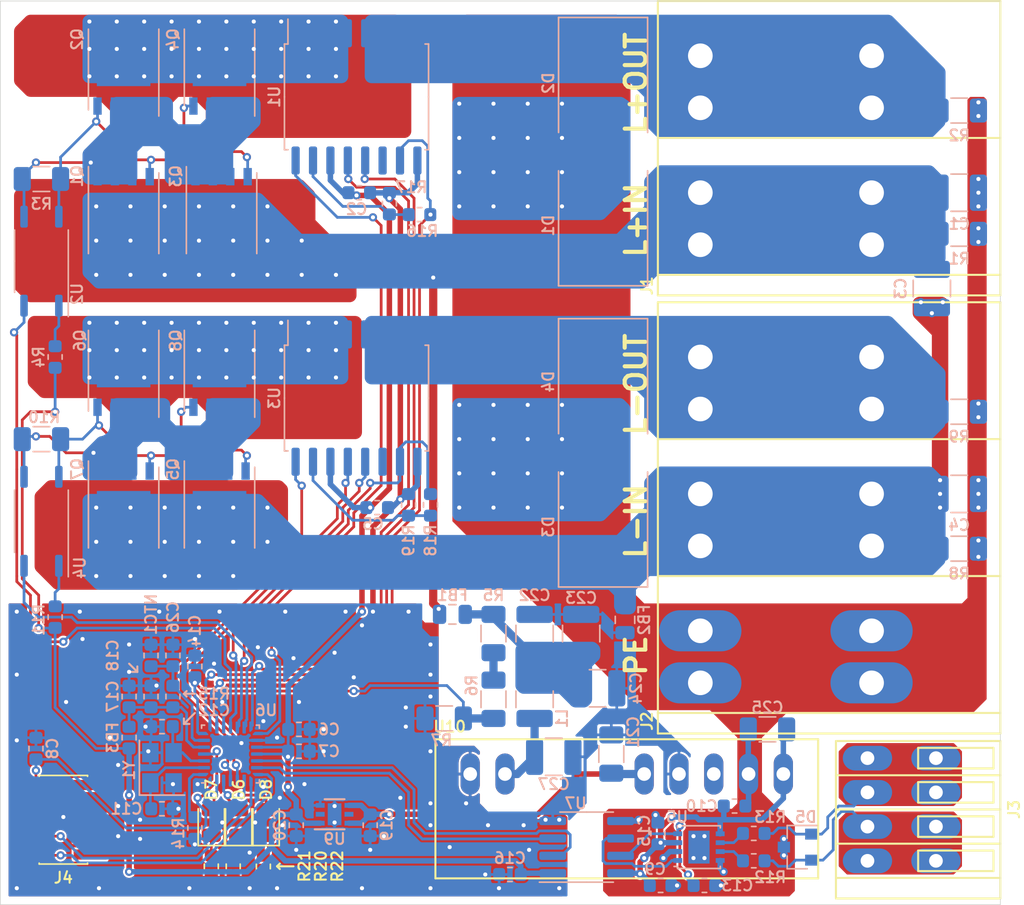
<source format=kicad_pcb>
(kicad_pcb (version 20171130) (host pcbnew 5.1.8+dfsg1-1+b1)
  (layers (0 F.Cu signal) (31 B.Cu signal) (34 B.Paste user) (35 F.Paste user) (36 B.SilkS user) (37 F.SilkS user) (38 B.Mask user) (39 F.Mask user) (44 Edge.Cuts user))
  (net 0 "")
  (net 1 IN_L+)
  (net 2 "Net-(Q1-Pad4)")
  (net 3 "Net-(Q1-Pad1)")
  (net 4 "Net-(Q2-Pad5)")
  (net 5 IN_L-)
  (net 6 "Net-(Q5-Pad4)")
  (net 7 "Net-(Q5-Pad1)")
  (net 8 "Net-(Q6-Pad5)")
  (net 9 +3V3)
  (net 10 GNDD)
  (net 11 OUT_L+)
  (net 12 "Net-(R4-Pad1)")
  (net 13 OUT_L-)
  (net 14 "Net-(R11-Pad1)")
  (net 15 Earth)
  (net 16 VIN60)
  (net 17 "Net-(R5-Pad2)")
  (net 18 EN_L+)
  (net 19 EN_L-)
  (net 20 CANL)
  (net 21 CANH)
  (net 22 NRST)
  (net 23 "Net-(C11-Pad1)")
  (net 24 "Net-(C12-Pad1)")
  (net 25 CAN_RX)
  (net 26 "Net-(R12-Pad2)")
  (net 27 "Net-(R13-Pad2)")
  (net 28 "Net-(R14-Pad1)")
  (net 29 CAN_TX)
  (net 30 "Net-(U6-Pad28)")
  (net 31 SWCLK)
  (net 32 SWDIO)
  (net 33 TEMP)
  (net 34 ISO5V)
  (net 35 "Net-(C13-Pad1)")
  (net 36 VIN_SENSE)
  (net 37 VDDA)
  (net 38 IOUT_P)
  (net 39 IREF_P)
  (net 40 IOUT_N)
  (net 41 IREF_N)
  (net 42 "Net-(U5-Pad1)")
  (net 43 +5V)
  (net 44 "Net-(C27-Pad1)")
  (net 45 LED1)
  (net 46 "Net-(D6-Pad1)")
  (net 47 LED2)
  (net 48 "Net-(D7-Pad1)")
  (net 49 LED_STAT)
  (net 50 "Net-(D8-Pad1)")
  (net 51 "Net-(R16-Pad2)")
  (net 52 "Net-(R18-Pad2)")
  (net 53 OCDI_P)
  (net 54 OCDE_P)
  (net 55 OCDI_N)
  (net 56 OCDE_N)
  (net 57 "Net-(J4-Pad8)")
  (net 58 "Net-(J4-Pad6)")
  (module Resistor_SMD:R_0603_1608Metric (layer B.Cu) (at 29.8 36.8 90)
    (fp_text reference R19 (at -2.6 0 90) (layer B.SilkS) (effects (font (size 0.8 0.8)) (justify mirror)))
    (fp_text value 100k)
    (pad 2 smd roundrect (at 0.7875 0 90) (size 0.875 0.95) (layers B.Cu B.Paste B.Mask) (net 10 GNDD))
    (pad 1 smd roundrect (at -0.7875 0 90) (size 0.875 0.95) (layers B.Cu B.Paste B.Mask) (net 52 "Net-(R18-Pad2)"))
  )
  (module Resistor_SMD:R_0603_1608Metric (layer B.Cu) (at 31.4 36.8 270)
    (fp_text reference R18 (at 2.6 0 90) (layer B.SilkS) (effects (font (size 0.8 0.8)) (justify mirror)))
    (fp_text value 100k)
    (pad 2 smd roundrect (at 0.7875 0 270) (size 0.875 0.95) (layers B.Cu B.Paste B.Mask) (net 52 "Net-(R18-Pad2)"))
    (pad 1 smd roundrect (at -0.7875 0 270) (size 0.875 0.95) (layers B.Cu B.Paste B.Mask) (net 41 IREF_N))
  )
  (module Resistor_SMD:R_0603_1608Metric (layer B.Cu) (at 28.4 14.8 90)
    (fp_text reference R17 (at 1.2 1.6 180) (layer B.SilkS) (effects (font (size 0.8 0.8)) (justify mirror)))
    (fp_text value 100k)
    (pad 2 smd roundrect (at 0.7875 0 90) (size 0.875 0.95) (layers B.Cu B.Paste B.Mask) (net 10 GNDD))
    (pad 1 smd roundrect (at -0.7875 0 90) (size 0.875 0.95) (layers B.Cu B.Paste B.Mask) (net 51 "Net-(R16-Pad2)"))
  )
  (module Resistor_SMD:R_0603_1608Metric (layer B.Cu) (at 30.6 15.6 180)
    (fp_text reference R16 (at -0.2 -1.2) (layer B.SilkS) (effects (font (size 0.8 0.8)) (justify mirror)))
    (fp_text value 100k)
    (pad 2 smd roundrect (at 0.7875 0 180) (size 0.875 0.95) (layers B.Cu B.Paste B.Mask) (net 51 "Net-(R16-Pad2)"))
    (pad 1 smd roundrect (at -0.7875 0 180) (size 0.875 0.95) (layers B.Cu B.Paste B.Mask) (net 39 IREF_P))
  )
  (module Resistor_SMD:R_0603_1608Metric (layer F.Cu) (at 19.2 63.2125 90)
    (fp_text reference R22 (at 0.0125 5.4 270) (layer F.SilkS) (effects (font (size 0.8 0.8))))
    (fp_text value 470R)
    (pad 2 smd roundrect (at 0.7875 0 90) (size 0.875 0.95) (layers F.Cu F.Paste F.Mask) (net 50 "Net-(D8-Pad1)"))
    (pad 1 smd roundrect (at -0.7875 0 90) (size 0.875 0.95) (layers F.Cu F.Paste F.Mask) (net 10 GNDD))
  )
  (module Resistor_SMD:R_0603_1608Metric (layer F.Cu) (at 15.4 63.2 90)
    (fp_text reference R21 (at 0 6.8 270) (layer F.SilkS) (effects (font (size 0.8 0.8))))
    (fp_text value 470R)
    (pad 2 smd roundrect (at 0.7875 0 90) (size 0.875 0.95) (layers F.Cu F.Paste F.Mask) (net 48 "Net-(D7-Pad1)"))
    (pad 1 smd roundrect (at -0.7875 0 90) (size 0.875 0.95) (layers F.Cu F.Paste F.Mask) (net 10 GNDD))
  )
  (module Resistor_SMD:R_0603_1608Metric (layer F.Cu) (at 17 63.2 90)
    (fp_text reference R20 (at 0 6.4 270) (layer F.SilkS) (effects (font (size 0.8 0.8))))
    (fp_text value 470R)
    (pad 2 smd roundrect (at 0.7875 0 90) (size 0.875 0.95) (layers F.Cu F.Paste F.Mask) (net 46 "Net-(D6-Pad1)"))
    (pad 1 smd roundrect (at -0.7875 0 90) (size 0.875 0.95) (layers F.Cu F.Paste F.Mask) (net 10 GNDD))
  )
  (module LED_SMD:LED_0805_2012Metric (layer F.Cu) (at 19.4 60 90)
    (fp_text reference D8 (at 2.4 0 270) (layer F.SilkS) (effects (font (size 0.8 0.8))))
    (fp_text value WH)
    (pad 2 smd roundrect (at 0.9375 0 90) (size 0.975 1.4) (layers F.Cu F.Paste F.Mask) (net 49 LED_STAT))
    (pad 1 smd roundrect (at -0.9375 0 90) (size 0.975 1.4) (layers F.Cu F.Paste F.Mask) (net 50 "Net-(D8-Pad1)"))
  )
  (module LED_SMD:LED_0805_2012Metric (layer F.Cu) (at 15.4 60 90)
    (fp_text reference D7 (at 2.4 0 270) (layer F.SilkS) (effects (font (size 0.8 0.8))))
    (fp_text value RD)
    (pad 2 smd roundrect (at 0.9375 0 90) (size 0.975 1.4) (layers F.Cu F.Paste F.Mask) (net 47 LED2))
    (pad 1 smd roundrect (at -0.9375 0 90) (size 0.975 1.4) (layers F.Cu F.Paste F.Mask) (net 48 "Net-(D7-Pad1)"))
  )
  (module LED_SMD:LED_0805_2012Metric (layer F.Cu) (at 17.4 60 90)
    (fp_text reference D6 (at 2.4 0 270) (layer F.SilkS) (effects (font (size 0.8 0.8))))
    (fp_text value GN)
    (pad 2 smd roundrect (at 0.9375 0 90) (size 0.975 1.4) (layers F.Cu F.Paste F.Mask) (net 45 LED1))
    (pad 1 smd roundrect (at -0.9375 0 90) (size 0.975 1.4) (layers F.Cu F.Paste F.Mask) (net 46 "Net-(D6-Pad1)"))
  )
  (module Capacitor_SMD:C_1210_3225Metric (layer B.Cu) (at 40.4 55.2)
    (fp_text reference C27 (at 0 2) (layer B.SilkS) (effects (font (size 0.8 0.8)) (justify mirror)))
    (fp_text value 2u2/100V)
    (pad 2 smd roundrect (at 1.4 0) (size 1.25 2.65) (layers B.Cu B.Paste B.Mask) (roundrect_rratio 0.2) (net 10 GNDD))
    (pad 1 smd roundrect (at -1.4 0) (size 1.25 2.65) (layers B.Cu B.Paste B.Mask) (roundrect_rratio 0.2) (net 44 "Net-(C27-Pad1)"))
  )
  (module Capacitor_SMD:C_0603_1608Metric (layer B.Cu) (at 12.6 47.8 90)
    (fp_text reference C26 (at 2.8 0 90) (layer B.SilkS) (effects (font (size 0.8 0.8)) (justify mirror)))
    (fp_text value 100n)
    (pad 2 smd roundrect (at 0.7875 0 90) (size 0.875 0.95) (layers B.Cu B.Paste B.Mask) (net 10 GNDD))
    (pad 1 smd roundrect (at -0.7875 0 90) (size 0.875 0.95) (layers B.Cu B.Paste B.Mask) (net 33 TEMP))
  )
  (module Capacitor_SMD:C_1210_3225Metric (layer B.Cu) (at 43.6 50.2)
    (fp_text reference C24 (at 2.8 0 270) (layer B.SilkS) (effects (font (size 0.8 0.8)) (justify mirror)))
    (fp_text value 2u2/100V)
    (pad 2 smd roundrect (at 1.4 0) (size 1.25 2.65) (layers B.Cu B.Paste B.Mask) (roundrect_rratio 0.2) (net 10 GNDD))
    (pad 1 smd roundrect (at -1.4 0) (size 1.25 2.65) (layers B.Cu B.Paste B.Mask) (roundrect_rratio 0.2) (net 16 VIN60))
  )
  (module Capacitor_SMD:C_1210_3225Metric (layer B.Cu) (at 42.4 46.2 90)
    (fp_text reference C23 (at 2.6 0 180) (layer B.SilkS) (effects (font (size 0.8 0.8)) (justify mirror)))
    (fp_text value 2u2/100V)
    (pad 2 smd roundrect (at 1.4 0 90) (size 1.25 2.65) (layers B.Cu B.Paste B.Mask) (roundrect_rratio 0.2) (net 10 GNDD))
    (pad 1 smd roundrect (at -1.4 0 90) (size 1.25 2.65) (layers B.Cu B.Paste B.Mask) (roundrect_rratio 0.2) (net 16 VIN60))
  )
  (module Capacitor_SMD:C_1210_3225Metric (layer B.Cu) (at 39 46.2 90)
    (fp_text reference C22 (at 2.8 0 180) (layer B.SilkS) (effects (font (size 0.8 0.8)) (justify mirror)))
    (fp_text value 2u2/100V)
    (pad 2 smd roundrect (at 1.4 0 90) (size 1.25 2.65) (layers B.Cu B.Paste B.Mask) (roundrect_rratio 0.2) (net 10 GNDD))
    (pad 1 smd roundrect (at -1.4 0 90) (size 1.25 2.65) (layers B.Cu B.Paste B.Mask) (roundrect_rratio 0.2) (net 16 VIN60))
  )
  (module Capacitor_SMD:C_1206_3216Metric (layer B.Cu) (at 56 53.2 180)
    (fp_text reference C25 (at 0 1.6) (layer B.SilkS) (effects (font (size 0.8 0.8)) (justify mirror)))
    (fp_text value 10u/16V)
    (pad 2 smd roundrect (at 1.4 0 180) (size 1.25 1.75) (layers B.Cu B.Paste B.Mask) (roundrect_rratio 0.2) (net 15 Earth))
    (pad 1 smd roundrect (at -1.4 0 180) (size 1.25 1.75) (layers B.Cu B.Paste B.Mask) (roundrect_rratio 0.2) (net 34 ISO5V))
  )
  (module Capacitor_SMD:C_1206_3216Metric (layer B.Cu) (at 44.6 55 90)
    (fp_text reference C21 (at 1.6 1.6 270) (layer B.SilkS) (effects (font (size 0.8 0.8)) (justify mirror)))
    (fp_text value 10u/16V)
    (pad 2 smd roundrect (at 1.4 0 90) (size 1.25 1.75) (layers B.Cu B.Paste B.Mask) (roundrect_rratio 0.2) (net 10 GNDD))
    (pad 1 smd roundrect (at -1.4 0 90) (size 1.25 1.75) (layers B.Cu B.Paste B.Mask) (roundrect_rratio 0.2) (net 43 +5V))
  )
  (module psu:AM3IW-NZ (layer F.Cu) (at 47 59)
    (fp_text reference U10 (at -14.2 -6) (layer F.SilkS) (effects (font (size 0.8 0.8))))
    (fp_text value AM3IW-NZ)
    (pad 10 thru_hole oval (at 10.16 -2.54) (size 1.4 3) (drill 1) (layers *.Cu *.Mask) (net 34 ISO5V))
    (pad 9 thru_hole oval (at 7.62 -2.54) (size 1.4 3) (drill 1) (layers *.Cu *.Mask) (net 15 Earth))
    (pad 8 thru_hole oval (at 5.08 -2.54) (size 1.4 3) (drill 1) (layers *.Cu *.Mask))
    (pad 7 thru_hole oval (at 2.54 -2.54) (size 1.4 3) (drill 1) (layers *.Cu *.Mask) (net 10 GNDD))
    (pad 6 thru_hole oval (at 0 -2.54) (size 1.4 3) (drill 1) (layers *.Cu *.Mask) (net 43 +5V))
    (pad 2 thru_hole oval (at -10.16 -2.54) (size 1.4 3) (drill 1) (layers *.Cu *.Mask) (net 44 "Net-(C27-Pad1)"))
    (pad 1 thru_hole oval (at -12.7 -2.54) (size 1.4 3) (drill 1) (layers *.Cu *.Mask) (net 10 GNDD))
  )
  (module Inductor_SMD:L_1210_3225Metric (layer B.Cu) (at 39 51 270)
    (fp_text reference L1 (at 1.4 -2 90) (layer B.SilkS) (effects (font (size 0.8 0.8)) (justify mirror)))
    (fp_text value 22u)
    (pad 2 smd roundrect (at 1.4 0 270) (size 1.25 2.65) (layers B.Cu B.Paste B.Mask) (roundrect_rratio 0.2) (net 44 "Net-(C27-Pad1)"))
    (pad 1 smd roundrect (at -1.4 0 270) (size 1.25 2.65) (layers B.Cu B.Paste B.Mask) (roundrect_rratio 0.2) (net 16 VIN60))
  )
  (module Package_DFN_QFN:DFN-6-1EP_2x2mm_P0.65mm_EP1x1.6mm (layer B.Cu) (at 24.4 59.4)
    (fp_text reference U9 (at 0 1.8) (layer B.SilkS) (effects (font (size 0.8 0.8)) (justify mirror)))
    (fp_text value TPS706DRV)
    (pad 7 smd rect (at 0 0) (size 1 1.6) (layers B.Cu B.Mask) (net 10 GNDD))
    (pad 6 smd rect (at 1.05 0.65) (size 0.65 0.35) (layers B.Cu B.Paste B.Mask) (net 43 +5V))
    (pad 5 smd rect (at 1.05 0) (size 0.65 0.35) (layers B.Cu B.Paste B.Mask))
    (pad 4 smd rect (at 1.05 -0.65) (size 0.65 0.35) (layers B.Cu B.Paste B.Mask) (net 43 +5V))
    (pad 3 smd rect (at -1.05 -0.65) (size 0.65 0.35) (layers B.Cu B.Paste B.Mask) (net 10 GNDD))
    (pad 2 smd rect (at -1.05 0) (size 0.65 0.35) (layers B.Cu B.Paste B.Mask))
    (pad 1 smd rect (at -1.05 0.65) (size 0.65 0.35) (layers B.Cu B.Paste B.Mask) (net 9 +3V3))
  )
  (module Capacitor_SMD:C_0603_1608Metric (layer B.Cu) (at 21.6 60.2 270)
    (fp_text reference C20 (at 0 1.2 90) (layer B.SilkS) (effects (font (size 0.8 0.8)) (justify mirror)))
    (fp_text value 1u)
    (pad 2 smd roundrect (at 0.7875 0 270) (size 0.875 0.95) (layers B.Cu B.Paste B.Mask) (net 10 GNDD))
    (pad 1 smd roundrect (at -0.7875 0 270) (size 0.875 0.95) (layers B.Cu B.Paste B.Mask) (net 9 +3V3))
  )
  (module Capacitor_SMD:C_0603_1608Metric (layer B.Cu) (at 27 60.2 270)
    (fp_text reference C19 (at 0 -1.2 90) (layer B.SilkS) (effects (font (size 0.8 0.8)) (justify mirror)))
    (fp_text value 1u)
    (pad 2 smd roundrect (at 0.7875 0 270) (size 0.875 0.95) (layers B.Cu B.Paste B.Mask) (net 10 GNDD))
    (pad 1 smd roundrect (at -0.7875 0 270) (size 0.875 0.95) (layers B.Cu B.Paste B.Mask) (net 43 +5V))
  )
  (module connectors:CortexDebug_Vertical_SMD (layer F.Cu) (at 4.6 59.8 180)
    (fp_text reference J4 (at 0 -4.235) (layer F.SilkS) (effects (font (size 0.8 0.8))))
    (fp_text value cortex_debug)
    (pad 10 smd rect (at 1.95 2.54 180) (size 2.4 0.74) (layers F.Cu F.Paste F.Mask) (net 22 NRST))
    (pad 9 smd rect (at -1.95 2.54 180) (size 2.4 0.74) (layers F.Cu F.Paste F.Mask) (net 10 GNDD))
    (pad 8 smd rect (at 1.95 1.27 180) (size 2.4 0.74) (layers F.Cu F.Paste F.Mask) (net 57 "Net-(J4-Pad8)"))
    (pad 6 smd rect (at 1.95 0 180) (size 2.4 0.74) (layers F.Cu F.Paste F.Mask) (net 58 "Net-(J4-Pad6)"))
    (pad 5 smd rect (at -1.95 0 180) (size 2.4 0.74) (layers F.Cu F.Paste F.Mask) (net 10 GNDD))
    (pad 4 smd rect (at 1.95 -1.27 180) (size 2.4 0.74) (layers F.Cu F.Paste F.Mask) (net 31 SWCLK))
    (pad 3 smd rect (at -1.95 -1.27 180) (size 2.4 0.74) (layers F.Cu F.Paste F.Mask) (net 10 GNDD))
    (pad 2 smd rect (at 1.95 -2.54 180) (size 2.4 0.74) (layers F.Cu F.Paste F.Mask) (net 32 SWDIO))
    (pad 1 smd rect (at -1.95 -2.54 180) (size 2.4 0.74) (layers F.Cu F.Paste F.Mask) (net 9 +3V3))
  )
  (module Package_SO:SOIC-8_3.9x4.9mm_P1.27mm (layer B.Cu) (at 42.8 61.8)
    (fp_text reference U7 (at -0.8 -3.2) (layer B.SilkS) (effects (font (size 0.8 0.8)) (justify mirror)))
    (fp_text value ADuM1281)
    (pad 8 smd roundrect (at 2.475 1.905) (size 1.95 0.6) (layers B.Cu B.Paste B.Mask) (net 34 ISO5V))
    (pad 7 smd roundrect (at 2.475 0.635) (size 1.95 0.6) (layers B.Cu B.Paste B.Mask) (net 35 "Net-(C13-Pad1)"))
    (pad 6 smd roundrect (at 2.475 -0.635) (size 1.95 0.6) (layers B.Cu B.Paste B.Mask) (net 42 "Net-(U5-Pad1)"))
    (pad 5 smd roundrect (at 2.475 -1.905) (size 1.95 0.6) (layers B.Cu B.Paste B.Mask) (net 15 Earth))
    (pad 4 smd roundrect (at -2.475 -1.905) (size 1.95 0.6) (layers B.Cu B.Paste B.Mask) (net 10 GNDD))
    (pad 3 smd roundrect (at -2.475 -0.635) (size 1.95 0.6) (layers B.Cu B.Paste B.Mask) (net 29 CAN_TX))
    (pad 2 smd roundrect (at -2.475 0.635) (size 1.95 0.6) (layers B.Cu B.Paste B.Mask) (net 25 CAN_RX))
    (pad 1 smd roundrect (at -2.475 1.905) (size 1.95 0.6) (layers B.Cu B.Paste B.Mask) (net 9 +3V3))
  )
  (module Resistor_SMD:R_0603_1608Metric (layer B.Cu) (at 12.6 50.8 90)
    (fp_text reference R15 (at 0.2 3 180) (layer B.SilkS) (effects (font (size 0.8 0.8)) (justify mirror)))
    (fp_text value 10k)
    (pad 2 smd roundrect (at 0.7875 0 90) (size 0.875 0.95) (layers B.Cu B.Paste B.Mask) (net 33 TEMP))
    (pad 1 smd roundrect (at -0.7875 0 90) (size 0.875 0.95) (layers B.Cu B.Paste B.Mask) (net 37 VDDA))
  )
  (module Resistor_SMD:R_0603_1608Metric (layer B.Cu) (at 11 47.8 90)
    (fp_text reference NTC1 (at 3 0 90) (layer B.SilkS) (effects (font (size 0.8 0.8)) (justify mirror)))
    (fp_text value 10k)
    (pad 2 smd roundrect (at 0.7875 0 90) (size 0.875 0.95) (layers B.Cu B.Paste B.Mask) (net 10 GNDD))
    (pad 1 smd roundrect (at -0.7875 0 90) (size 0.875 0.95) (layers B.Cu B.Paste B.Mask) (net 33 TEMP))
  )
  (module Inductor_SMD:L_0603_1608Metric (layer B.Cu) (at 9.4 53.8 270)
    (fp_text reference FB3 (at 0 1.2 90) (layer B.SilkS) (effects (font (size 0.8 0.8)) (justify mirror)))
    (fp_text value 600R)
    (pad 2 smd roundrect (at 0.7875 0 270) (size 0.875 0.95) (layers B.Cu B.Paste B.Mask) (net 9 +3V3))
    (pad 1 smd roundrect (at -0.7875 0 270) (size 0.875 0.95) (layers B.Cu B.Paste B.Mask) (net 37 VDDA))
  )
  (module Capacitor_SMD:C_0603_1608Metric (layer B.Cu) (at 11 50.8 90)
    (fp_text reference C18 (at 3 -2.8 90) (layer B.SilkS) (effects (font (size 0.8 0.8)) (justify mirror)))
    (fp_text value 100n)
    (pad 2 smd roundrect (at 0.7875 0 90) (size 0.875 0.95) (layers B.Cu B.Paste B.Mask) (net 10 GNDD))
    (pad 1 smd roundrect (at -0.7875 0 90) (size 0.875 0.95) (layers B.Cu B.Paste B.Mask) (net 37 VDDA))
  )
  (module Capacitor_SMD:C_0603_1608Metric (layer B.Cu) (at 9.4 50.8 90)
    (fp_text reference C17 (at 0 -1.2 90) (layer B.SilkS) (effects (font (size 0.8 0.8)) (justify mirror)))
    (fp_text value 1u)
    (pad 2 smd roundrect (at 0.7875 0 90) (size 0.875 0.95) (layers B.Cu B.Paste B.Mask) (net 10 GNDD))
    (pad 1 smd roundrect (at -0.7875 0 90) (size 0.875 0.95) (layers B.Cu B.Paste B.Mask) (net 37 VDDA))
  )
  (module Capacitor_SMD:C_0603_1608Metric (layer B.Cu) (at 37.2 63.8 180)
    (fp_text reference C16 (at 0 1.2) (layer B.SilkS) (effects (font (size 0.8 0.8)) (justify mirror)))
    (fp_text value 100n)
    (pad 2 smd roundrect (at 0.7875 0 180) (size 0.875 0.95) (layers B.Cu B.Paste B.Mask) (net 10 GNDD))
    (pad 1 smd roundrect (at -0.7875 0 180) (size 0.875 0.95) (layers B.Cu B.Paste B.Mask) (net 9 +3V3))
  )
  (module Capacitor_SMD:C_0603_1608Metric (layer B.Cu) (at 48 60.8 90)
    (fp_text reference C15 (at 0.2 -1 90) (layer B.SilkS) (effects (font (size 0.8 0.8)) (justify mirror)))
    (fp_text value 100n)
    (pad 2 smd roundrect (at 0.7875 0 90) (size 0.875 0.95) (layers B.Cu B.Paste B.Mask) (net 15 Earth))
    (pad 1 smd roundrect (at -0.7875 0 90) (size 0.875 0.95) (layers B.Cu B.Paste B.Mask) (net 34 ISO5V))
  )
  (module Capacitor_SMD:C_0603_1608Metric (layer B.Cu) (at 14.2 48.6 90)
    (fp_text reference C14 (at 2.6 0 90) (layer B.SilkS) (effects (font (size 0.8 0.8)) (justify mirror)))
    (fp_text value 10n)
    (pad 1 smd roundrect (at -0.7875 0 90) (size 0.875 0.95) (layers B.Cu B.Paste B.Mask) (net 36 VIN_SENSE))
    (pad 2 smd roundrect (at 0.7875 0 90) (size 0.875 0.95) (layers B.Cu B.Paste B.Mask) (net 10 GNDD))
  )
  (module Crystal:Crystal_SMD_3225-4Pin_3.2x2.5mm (layer B.Cu) (at 11.8 56 90)
    (fp_text reference Y1 (at -0.2 -2.4 90) (layer B.SilkS) (effects (font (size 0.8 0.8)) (justify mirror)))
    (fp_text value 16MHz)
    (pad 4 smd rect (at -1.1 0.85 90) (size 1.4 1.2) (layers B.Cu B.Paste B.Mask) (net 10 GNDD))
    (pad 3 smd rect (at 1.1 0.85 90) (size 1.4 1.2) (layers B.Cu B.Paste B.Mask) (net 24 "Net-(C12-Pad1)"))
    (pad 2 smd rect (at 1.1 -0.85 90) (size 1.4 1.2) (layers B.Cu B.Paste B.Mask) (net 10 GNDD))
    (pad 1 smd rect (at -1.1 -0.85 90) (size 1.4 1.2) (layers B.Cu B.Paste B.Mask) (net 23 "Net-(C11-Pad1)"))
  )
  (module Package_DFN_QFN:QFN-28_4x4mm_P0.5mm (layer B.Cu) (at 16.8 55)
    (fp_text reference U6 (at 2.6 -3.2) (layer B.SilkS) (effects (font (size 0.8 0.8)) (justify mirror)))
    (fp_text value STM32F042GxUx)
    (pad 28 smd custom (at -1.5 1.9975) (size 0.136863 0.136863) (layers B.Cu B.Paste B.Mask) (net 30 "Net-(U6-Pad28)") (options (clearance outline) (anchor circle)) (primitives (gr_poly (pts (xy -0.08 0.3325) (xy 0.08 0.3325) (xy 0.08 -0.3325) (xy 0.05364 -0.3325) (xy -0.08 -0.19886)) (width 0.09))))
    (pad 27 smd roundrect (at -1 1.9375) (size 0.25 0.875) (layers B.Cu B.Paste B.Mask) (net 47 LED2))
    (pad 26 smd roundrect (at -0.5 1.9375) (size 0.25 0.875) (layers B.Cu B.Paste B.Mask) (net 45 LED1))
    (pad 25 smd roundrect (at 0 1.9375) (size 0.25 0.875) (layers B.Cu B.Paste B.Mask) (net 55 OCDI_N))
    (pad 24 smd roundrect (at 0.5 1.9375) (size 0.25 0.875) (layers B.Cu B.Paste B.Mask) (net 56 OCDE_N))
    (pad 23 smd roundrect (at 1 1.9375) (size 0.25 0.875) (layers B.Cu B.Paste B.Mask) (net 49 LED_STAT))
    (pad 22 smd custom (at 1.5 1.9975) (size 0.136863 0.136863) (layers B.Cu B.Paste B.Mask) (net 31 SWCLK) (options (clearance outline) (anchor circle)) (primitives (gr_poly (pts (xy -0.08 0.3325) (xy 0.08 0.3325) (xy 0.08 -0.19886) (xy -0.05364 -0.3325) (xy -0.08 -0.3325)) (width 0.09))))
    (pad 21 smd custom (at 1.9975 1.5) (size 0.136863 0.136863) (layers B.Cu B.Paste B.Mask) (net 32 SWDIO) (options (clearance outline) (anchor circle)) (primitives (gr_poly (pts (xy -0.3325 -0.05364) (xy -0.19886 0.08) (xy 0.3325 0.08) (xy 0.3325 -0.08) (xy -0.3325 -0.08)) (width 0.09))))
    (pad 20 smd roundrect (at 1.9375 1) (size 0.875 0.25) (layers B.Cu B.Paste B.Mask) (net 29 CAN_TX))
    (pad 19 smd roundrect (at 1.9375 0.5) (size 0.875 0.25) (layers B.Cu B.Paste B.Mask) (net 25 CAN_RX))
    (pad 18 smd roundrect (at 1.9375 0) (size 0.875 0.25) (layers B.Cu B.Paste B.Mask) (net 9 +3V3))
    (pad 17 smd roundrect (at 1.9375 -0.5) (size 0.875 0.25) (layers B.Cu B.Paste B.Mask) (net 9 +3V3))
    (pad 16 smd roundrect (at 1.9375 -1) (size 0.875 0.25) (layers B.Cu B.Paste B.Mask) (net 10 GNDD))
    (pad 15 smd custom (at 1.9975 -1.5) (size 0.136863 0.136863) (layers B.Cu B.Paste B.Mask) (net 53 OCDI_P) (options (clearance outline) (anchor circle)) (primitives (gr_poly (pts (xy -0.3325 0.08) (xy 0.3325 0.08) (xy 0.3325 -0.08) (xy -0.19886 -0.08) (xy -0.3325 0.05364)) (width 0.09))))
    (pad 14 smd custom (at 1.5 -1.9975) (size 0.136863 0.136863) (layers B.Cu B.Paste B.Mask) (net 54 OCDE_P) (options (clearance outline) (anchor circle)) (primitives (gr_poly (pts (xy -0.08 0.3325) (xy -0.05364 0.3325) (xy 0.08 0.19886) (xy 0.08 -0.3325) (xy -0.08 -0.3325)) (width 0.09))))
    (pad 13 smd roundrect (at 1 -1.9375) (size 0.25 0.875) (layers B.Cu B.Paste B.Mask) (net 19 EN_L-))
    (pad 12 smd roundrect (at 0.5 -1.9375) (size 0.25 0.875) (layers B.Cu B.Paste B.Mask) (net 41 IREF_N))
    (pad 11 smd roundrect (at 0 -1.9375) (size 0.25 0.875) (layers B.Cu B.Paste B.Mask) (net 40 IOUT_N))
    (pad 10 smd roundrect (at -0.5 -1.9375) (size 0.25 0.875) (layers B.Cu B.Paste B.Mask) (net 18 EN_L+))
    (pad 9 smd roundrect (at -1 -1.9375) (size 0.25 0.875) (layers B.Cu B.Paste B.Mask) (net 39 IREF_P))
    (pad 8 smd custom (at -1.5 -1.9975) (size 0.136863 0.136863) (layers B.Cu B.Paste B.Mask) (net 38 IOUT_P) (options (clearance outline) (anchor circle)) (primitives (gr_poly (pts (xy -0.08 0.19886) (xy 0.05364 0.3325) (xy 0.08 0.3325) (xy 0.08 -0.3325) (xy -0.08 -0.3325)) (width 0.09))))
    (pad 7 smd custom (at -1.9975 -1.5) (size 0.136863 0.136863) (layers B.Cu B.Paste B.Mask) (net 36 VIN_SENSE) (options (clearance outline) (anchor circle)) (primitives (gr_poly (pts (xy -0.3325 0.08) (xy 0.3325 0.08) (xy 0.3325 0.05364) (xy 0.19886 -0.08) (xy -0.3325 -0.08)) (width 0.09))))
    (pad 6 smd roundrect (at -1.9375 -1) (size 0.875 0.25) (layers B.Cu B.Paste B.Mask) (net 33 TEMP))
    (pad 5 smd roundrect (at -1.9375 -0.5) (size 0.875 0.25) (layers B.Cu B.Paste B.Mask) (net 37 VDDA))
    (pad 4 smd roundrect (at -1.9375 0) (size 0.875 0.25) (layers B.Cu B.Paste B.Mask) (net 22 NRST))
    (pad 3 smd roundrect (at -1.9375 0.5) (size 0.875 0.25) (layers B.Cu B.Paste B.Mask) (net 24 "Net-(C12-Pad1)"))
    (pad 2 smd roundrect (at -1.9375 1) (size 0.875 0.25) (layers B.Cu B.Paste B.Mask) (net 23 "Net-(C11-Pad1)"))
    (pad 1 smd custom (at -1.9975 1.5) (size 0.136863 0.136863) (layers B.Cu B.Paste B.Mask) (net 28 "Net-(R14-Pad1)") (options (clearance outline) (anchor circle)) (primitives (gr_poly (pts (xy -0.3325 0.08) (xy 0.19886 0.08) (xy 0.3325 -0.05364) (xy 0.3325 -0.08) (xy -0.3325 -0.08)) (width 0.09))))
  )
  (module Package_DFN_QFN:DFN-8-1EP_3x3mm_P0.65mm_EP1.55x2.4mm (layer B.Cu) (at 51 61.8)
    (fp_text reference U5 (at -1.6 -2.2) (layer B.SilkS) (effects (font (size 0.8 0.8)) (justify mirror)))
    (fp_text value MCP2562-E-MF)
    (pad 9 smd rect (at 0 0) (size 1.55 2.4) (layers B.Cu B.Mask) (net 15 Earth))
    (pad 8 smd rect (at 1.55 0.975) (size 0.65 0.35) (layers B.Cu B.Paste B.Mask) (net 15 Earth))
    (pad 7 smd rect (at 1.55 0.325) (size 0.65 0.35) (layers B.Cu B.Paste B.Mask) (net 26 "Net-(R12-Pad2)"))
    (pad 6 smd rect (at 1.55 -0.325) (size 0.65 0.35) (layers B.Cu B.Paste B.Mask) (net 27 "Net-(R13-Pad2)"))
    (pad 5 smd rect (at 1.55 -0.975) (size 0.65 0.35) (layers B.Cu B.Paste B.Mask) (net 34 ISO5V))
    (pad 4 smd rect (at -1.55 -0.975) (size 0.65 0.35) (layers B.Cu B.Paste B.Mask) (net 35 "Net-(C13-Pad1)"))
    (pad 3 smd rect (at -1.55 -0.325) (size 0.65 0.35) (layers B.Cu B.Paste B.Mask) (net 34 ISO5V))
    (pad 2 smd rect (at -1.55 0.325) (size 0.65 0.35) (layers B.Cu B.Paste B.Mask) (net 15 Earth))
    (pad 1 smd rect (at -1.55 0.975) (size 0.65 0.35) (layers B.Cu B.Paste B.Mask) (net 42 "Net-(U5-Pad1)"))
  )
  (module Resistor_SMD:R_0603_1608Metric (layer B.Cu) (at 14.2 60.4 270)
    (fp_text reference R14 (at 0.4 1.2 90) (layer B.SilkS) (effects (font (size 0.8 0.8)) (justify mirror)))
    (fp_text value 10k)
    (pad 2 smd roundrect (at 0.7875 0 270) (size 0.875 0.95) (layers B.Cu B.Paste B.Mask) (net 10 GNDD))
    (pad 1 smd roundrect (at -0.7875 0 270) (size 0.875 0.95) (layers B.Cu B.Paste B.Mask) (net 28 "Net-(R14-Pad1)"))
  )
  (module Resistor_SMD:R_0603_1608Metric (layer B.Cu) (at 55 60.8 180)
    (fp_text reference R13 (at -1.2 1.2) (layer B.SilkS) (effects (font (size 0.8 0.8)) (justify mirror)))
    (fp_text value 22R)
    (pad 2 smd roundrect (at 0.7875 0 180) (size 0.875 0.95) (layers B.Cu B.Paste B.Mask) (net 27 "Net-(R13-Pad2)"))
    (pad 1 smd roundrect (at -0.7875 0 180) (size 0.875 0.95) (layers B.Cu B.Paste B.Mask) (net 20 CANL))
  )
  (module Resistor_SMD:R_0603_1608Metric (layer B.Cu) (at 55 62.8 180)
    (fp_text reference R12 (at -1.2 -1.2) (layer B.SilkS) (effects (font (size 0.8 0.8)) (justify mirror)))
    (fp_text value 22R)
    (pad 2 smd roundrect (at 0.7875 0 180) (size 0.875 0.95) (layers B.Cu B.Paste B.Mask) (net 26 "Net-(R12-Pad2)"))
    (pad 1 smd roundrect (at -0.7875 0 180) (size 0.875 0.95) (layers B.Cu B.Paste B.Mask) (net 21 CANH))
  )
  (module Package_TO_SOT_SMD:SOT-23 (layer B.Cu) (at 58.2 61.8 180)
    (fp_text reference D5 (at -0.6 2.2) (layer B.SilkS) (effects (font (size 0.8 0.8)) (justify mirror)))
    (fp_text value NUP2105L)
    (pad 3 smd rect (at 1 0 180) (size 0.9 0.8) (layers B.Cu B.Paste B.Mask) (net 15 Earth))
    (pad 2 smd rect (at -1 -0.95 180) (size 0.9 0.8) (layers B.Cu B.Paste B.Mask) (net 21 CANH))
    (pad 1 smd rect (at -1 0.95 180) (size 0.9 0.8) (layers B.Cu B.Paste B.Mask) (net 20 CANL))
  )
  (module Capacitor_SMD:C_0603_1608Metric (layer B.Cu) (at 51.4 64.6)
    (fp_text reference C13 (at 2.4 0) (layer B.SilkS) (effects (font (size 0.8 0.8)) (justify mirror)))
    (fp_text value 12p)
    (pad 2 smd roundrect (at 0.7875 0) (size 0.875 0.95) (layers B.Cu B.Paste B.Mask) (net 15 Earth))
    (pad 1 smd roundrect (at -0.7875 0) (size 0.875 0.95) (layers B.Cu B.Paste B.Mask) (net 35 "Net-(C13-Pad1)"))
  )
  (module Capacitor_SMD:C_0603_1608Metric (layer B.Cu) (at 11.8 53 180)
    (fp_text reference C12 (at -3.8 1.2 180) (layer B.SilkS) (effects (font (size 0.8 0.8)) (justify mirror)))
    (fp_text value 22p)
    (pad 2 smd roundrect (at 0.7875 0 180) (size 0.875 0.95) (layers B.Cu B.Paste B.Mask) (net 10 GNDD))
    (pad 1 smd roundrect (at -0.7875 0 180) (size 0.875 0.95) (layers B.Cu B.Paste B.Mask) (net 24 "Net-(C12-Pad1)"))
  )
  (module Capacitor_SMD:C_0603_1608Metric (layer B.Cu) (at 11.8 59)
    (fp_text reference C11 (at -2.6 0) (layer B.SilkS) (effects (font (size 0.8 0.8)) (justify mirror)))
    (fp_text value 22p)
    (pad 2 smd roundrect (at 0.7875 0) (size 0.875 0.95) (layers B.Cu B.Paste B.Mask) (net 10 GNDD))
    (pad 1 smd roundrect (at -0.7875 0) (size 0.875 0.95) (layers B.Cu B.Paste B.Mask) (net 23 "Net-(C11-Pad1)"))
  )
  (module Capacitor_SMD:C_0603_1608Metric (layer B.Cu) (at 53.6 58.8)
    (fp_text reference C10 (at -2.4 0) (layer B.SilkS) (effects (font (size 0.8 0.8)) (justify mirror)))
    (fp_text value 100n)
    (pad 2 smd roundrect (at 0.7875 0) (size 0.875 0.95) (layers B.Cu B.Paste B.Mask) (net 15 Earth))
    (pad 1 smd roundrect (at -0.7875 0) (size 0.875 0.95) (layers B.Cu B.Paste B.Mask) (net 34 ISO5V))
  )
  (module Capacitor_SMD:C_0603_1608Metric (layer B.Cu) (at 48.2 64.6)
    (fp_text reference C9 (at -0.4 -1.2) (layer B.SilkS) (effects (font (size 0.8 0.8)) (justify mirror)))
    (fp_text value 100n)
    (pad 2 smd roundrect (at 0.7875 0) (size 0.875 0.95) (layers B.Cu B.Paste B.Mask) (net 15 Earth))
    (pad 1 smd roundrect (at -0.7875 0) (size 0.875 0.95) (layers B.Cu B.Paste B.Mask) (net 34 ISO5V))
  )
  (module Capacitor_SMD:C_0603_1608Metric (layer B.Cu) (at 2.6 54.6 90)
    (fp_text reference C8 (at 0 1.2 90) (layer B.SilkS) (effects (font (size 0.8 0.8)) (justify mirror)))
    (fp_text value 100n)
    (pad 2 smd roundrect (at 0.7875 0 90) (size 0.875 0.95) (layers B.Cu B.Paste B.Mask) (net 10 GNDD))
    (pad 1 smd roundrect (at -0.7875 0 90) (size 0.875 0.95) (layers B.Cu B.Paste B.Mask) (net 22 NRST))
  )
  (module Capacitor_SMD:C_0603_1608Metric (layer B.Cu) (at 21.8 54.8)
    (fp_text reference C7 (at 2.2 0) (layer B.SilkS) (effects (font (size 0.8 0.8)) (justify mirror)))
    (fp_text value 100n)
    (pad 2 smd roundrect (at 0.7875 0) (size 0.875 0.95) (layers B.Cu B.Paste B.Mask) (net 10 GNDD))
    (pad 1 smd roundrect (at -0.7875 0) (size 0.875 0.95) (layers B.Cu B.Paste B.Mask) (net 9 +3V3))
  )
  (module Capacitor_SMD:C_0603_1608Metric (layer B.Cu) (at 21.8 53.2)
    (fp_text reference C6 (at 2.2 0) (layer B.SilkS) (effects (font (size 0.8 0.8)) (justify mirror)))
    (fp_text value 1u)
    (pad 2 smd roundrect (at 0.7875 0) (size 0.875 0.95) (layers B.Cu B.Paste B.Mask) (net 10 GNDD))
    (pad 1 smd roundrect (at -0.7875 0) (size 0.875 0.95) (layers B.Cu B.Paste B.Mask) (net 9 +3V3))
  )
  (module connectors:PTSA-0.5-4-2.5-Z (layer F.Cu) (at 61 62.8 90)
    (fp_text reference J3 (at 3.75 13 90) (layer F.SilkS) (effects (font (size 0.8 0.8))))
    (fp_text value Conn_01x04)
    (pad 4 thru_hole oval (at 7.5 7.3 90) (size 1.8 3.6) (drill 1) (layers *.Cu *.Mask) (net 20 CANL))
    (pad 3 thru_hole oval (at 5 7.3 90) (size 1.8 3.6) (drill 1) (layers *.Cu *.Mask) (net 20 CANL))
    (pad 2 thru_hole oval (at 2.5 7.3 90) (size 1.8 3.6) (drill 1) (layers *.Cu *.Mask) (net 21 CANH))
    (pad 4 thru_hole oval (at 7.5 2.3 90) (size 1.8 3.6) (drill 1) (layers *.Cu *.Mask) (net 20 CANL))
    (pad 3 thru_hole oval (at 5 2.3 90) (size 1.8 3.6) (drill 1) (layers *.Cu *.Mask) (net 20 CANL))
    (pad 2 thru_hole oval (at 2.5 2.3 90) (size 1.8 3.6) (drill 1) (layers *.Cu *.Mask) (net 21 CANH))
    (pad 1 thru_hole oval (at 0 7.3 90) (size 1.8 3.6) (drill 1) (layers *.Cu *.Mask) (net 21 CANH))
    (pad 1 thru_hole oval (at 0 2.3 90) (size 1.8 3.6) (drill 1) (layers *.Cu *.Mask) (net 21 CANH))
  )
  (module connectors:DG270-10.0-03P (layer F.Cu) (at 73 52 90)
    (fp_text reference J2 (at -0.6 -25.8 90) (layer F.SilkS) (effects (font (size 0.8 0.8))))
    (fp_text value Conn_01x03)
    (pad 3 thru_hole oval (at 22.2 -21.9 90) (size 3 6) (drill 1.8) (layers *.Cu *.Mask) (net 13 OUT_L-))
    (pad 3 thru_hole oval (at 26 -9.4 90) (size 3 6) (drill 1.8) (layers *.Cu *.Mask) (net 13 OUT_L-))
    (pad 3 thru_hole oval (at 22.2 -9.4 90) (size 3 6) (drill 1.8) (layers *.Cu *.Mask) (net 13 OUT_L-))
    (pad 3 thru_hole oval (at 26 -21.9 90) (size 3 6) (drill 1.8) (layers *.Cu *.Mask) (net 13 OUT_L-))
    (pad 1 thru_hole oval (at 6 -9.4 90) (size 3 6) (drill 1.8) (layers *.Cu *.Mask) (net 15 Earth))
    (pad 1 thru_hole oval (at 6 -21.9 90) (size 3 6) (drill 1.8) (layers *.Cu *.Mask) (net 15 Earth))
    (pad 1 thru_hole oval (at 2.2 -9.4 90) (size 3 6) (drill 1.8) (layers *.Cu *.Mask) (net 15 Earth))
    (pad 1 thru_hole oval (at 2.2 -21.9 90) (size 3 6) (drill 1.8) (layers *.Cu *.Mask) (net 15 Earth))
    (pad 2 thru_hole oval (at 12.2 -21.9 90) (size 3 6) (drill 1.8) (layers *.Cu *.Mask) (net 5 IN_L-))
    (pad 2 thru_hole oval (at 16 -9.4 90) (size 3 6) (drill 1.8) (layers *.Cu *.Mask) (net 5 IN_L-))
    (pad 2 thru_hole oval (at 12.2 -9.4 90) (size 3 6) (drill 1.8) (layers *.Cu *.Mask) (net 5 IN_L-))
    (pad 2 thru_hole oval (at 16 -21.9 90) (size 3 6) (drill 1.8) (layers *.Cu *.Mask) (net 5 IN_L-))
  )
  (module connectors:DG270-10.0-02P (layer F.Cu) (at 73 20 90)
    (fp_text reference J1 (at -0.8 -25.8 90) (layer F.SilkS) (effects (font (size 0.8 0.8))))
    (fp_text value Conn_01x02)
    (pad 2 thru_hole oval (at 12.2 -21.9 90) (size 3 6) (drill 1.8) (layers *.Cu *.Mask) (net 11 OUT_L+))
    (pad 2 thru_hole oval (at 16 -21.9 90) (size 3 6) (drill 1.8) (layers *.Cu *.Mask) (net 11 OUT_L+))
    (pad 2 thru_hole oval (at 16 -9.4 90) (size 3 6) (drill 1.8) (layers *.Cu *.Mask) (net 11 OUT_L+))
    (pad 2 thru_hole oval (at 12.2 -9.4 90) (size 3 6) (drill 1.8) (layers *.Cu *.Mask) (net 11 OUT_L+))
    (pad 1 thru_hole oval (at 2.2 -21.9 90) (size 3 6) (drill 1.8) (layers *.Cu *.Mask) (net 1 IN_L+))
    (pad 1 thru_hole oval (at 6 -21.9 90) (size 3 6) (drill 1.8) (layers *.Cu *.Mask) (net 1 IN_L+))
    (pad 1 thru_hole oval (at 6 -9.4 90) (size 3 6) (drill 1.8) (layers *.Cu *.Mask) (net 1 IN_L+))
    (pad 1 thru_hole oval (at 2.2 -9.4 90) (size 3 6) (drill 1.8) (layers *.Cu *.Mask) (net 1 IN_L+))
  )
  (module Resistor_SMD:R_0603_1608Metric (layer B.Cu) (at 4 45 270)
    (fp_text reference R11 (at 0.2 1.2 90) (layer B.SilkS) (effects (font (size 0.8 0.8)) (justify mirror)))
    (fp_text value 470R)
    (pad 2 smd roundrect (at 0.7875 0 270) (size 0.875 0.95) (layers B.Cu B.Paste B.Mask) (net 9 +3V3))
    (pad 1 smd roundrect (at -0.7875 0 270) (size 0.875 0.95) (layers B.Cu B.Paste B.Mask) (net 14 "Net-(R11-Pad1)"))
  )
  (module Resistor_SMD:R_1206_3216Metric (layer B.Cu) (at 3 32)
    (fp_text reference R10 (at 0.2 -1.6) (layer B.SilkS) (effects (font (size 0.8 0.8)) (justify mirror)))
    (fp_text value 1M)
    (pad 2 smd roundrect (at 1.4 0) (size 1.25 1.75) (layers B.Cu B.Paste B.Mask) (roundrect_rratio 0.2) (net 6 "Net-(Q5-Pad4)"))
    (pad 1 smd roundrect (at -1.4 0) (size 1.25 1.75) (layers B.Cu B.Paste B.Mask) (roundrect_rratio 0.2) (net 7 "Net-(Q5-Pad1)"))
  )
  (module Resistor_SMD:R_1206_3216Metric (layer B.Cu) (at 70 30)
    (fp_text reference R9 (at 0 1.82) (layer B.SilkS) (effects (font (size 0.8 0.8)) (justify mirror)))
    (fp_text value 1M)
    (pad 2 smd roundrect (at 1.4 0) (size 1.25 1.75) (layers B.Cu B.Paste B.Mask) (roundrect_rratio 0.2) (net 15 Earth))
    (pad 1 smd roundrect (at -1.4 0) (size 1.25 1.75) (layers B.Cu B.Paste B.Mask) (roundrect_rratio 0.2) (net 13 OUT_L-))
  )
  (module Resistor_SMD:R_1206_3216Metric (layer B.Cu) (at 70 40)
    (fp_text reference R8 (at 0 1.82) (layer B.SilkS) (effects (font (size 0.8 0.8)) (justify mirror)))
    (fp_text value 1M)
    (pad 2 smd roundrect (at 1.4 0) (size 1.25 1.75) (layers B.Cu B.Paste B.Mask) (roundrect_rratio 0.2) (net 15 Earth))
    (pad 1 smd roundrect (at -1.4 0) (size 1.25 1.75) (layers B.Cu B.Paste B.Mask) (roundrect_rratio 0.2) (net 5 IN_L-))
  )
  (module Resistor_SMD:R_1206_3216Metric (layer B.Cu) (at 32.4 52.4 180)
    (fp_text reference R7 (at 0.2 -1.6) (layer B.SilkS) (effects (font (size 0.8 0.8)) (justify mirror)))
    (fp_text value 10k)
    (pad 2 smd roundrect (at 1.4 0 180) (size 1.25 1.75) (layers B.Cu B.Paste B.Mask) (roundrect_rratio 0.2) (net 10 GNDD))
    (pad 1 smd roundrect (at -1.4 0 180) (size 1.25 1.75) (layers B.Cu B.Paste B.Mask) (roundrect_rratio 0.2) (net 36 VIN_SENSE))
  )
  (module Resistor_SMD:R_1206_3216Metric (layer B.Cu) (at 36 51 270)
    (fp_text reference R6 (at -1 1.6 90) (layer B.SilkS) (effects (font (size 0.8 0.8)) (justify mirror)))
    (fp_text value 100k)
    (pad 2 smd roundrect (at 1.4 0 270) (size 1.25 1.75) (layers B.Cu B.Paste B.Mask) (roundrect_rratio 0.2) (net 36 VIN_SENSE))
    (pad 1 smd roundrect (at -1.4 0 270) (size 1.25 1.75) (layers B.Cu B.Paste B.Mask) (roundrect_rratio 0.2) (net 17 "Net-(R5-Pad2)"))
  )
  (module Resistor_SMD:R_1206_3216Metric (layer B.Cu) (at 36 46.2 270)
    (fp_text reference R5 (at -2.8 0 180) (layer B.SilkS) (effects (font (size 0.8 0.8)) (justify mirror)))
    (fp_text value 100k)
    (pad 2 smd roundrect (at 1.4 0 270) (size 1.25 1.75) (layers B.Cu B.Paste B.Mask) (roundrect_rratio 0.2) (net 17 "Net-(R5-Pad2)"))
    (pad 1 smd roundrect (at -1.4 0 270) (size 1.25 1.75) (layers B.Cu B.Paste B.Mask) (roundrect_rratio 0.2) (net 16 VIN60))
  )
  (module Resistor_SMD:R_0603_1608Metric (layer B.Cu) (at 4 26 270)
    (fp_text reference R4 (at 0 1.2 90) (layer B.SilkS) (effects (font (size 0.8 0.8)) (justify mirror)))
    (fp_text value 470R)
    (pad 2 smd roundrect (at 0.7875 0 270) (size 0.875 0.95) (layers B.Cu B.Paste B.Mask) (net 9 +3V3))
    (pad 1 smd roundrect (at -0.7875 0 270) (size 0.875 0.95) (layers B.Cu B.Paste B.Mask) (net 12 "Net-(R4-Pad1)"))
  )
  (module Resistor_SMD:R_1206_3216Metric (layer B.Cu) (at 3 13)
    (fp_text reference R3 (at 0 1.82) (layer B.SilkS) (effects (font (size 0.8 0.8)) (justify mirror)))
    (fp_text value 1M)
    (pad 2 smd roundrect (at 1.4 0) (size 1.25 1.75) (layers B.Cu B.Paste B.Mask) (roundrect_rratio 0.2) (net 2 "Net-(Q1-Pad4)"))
    (pad 1 smd roundrect (at -1.4 0) (size 1.25 1.75) (layers B.Cu B.Paste B.Mask) (roundrect_rratio 0.2) (net 3 "Net-(Q1-Pad1)"))
  )
  (module Resistor_SMD:R_1206_3216Metric (layer B.Cu) (at 70 8)
    (fp_text reference R2 (at 0 1.82) (layer B.SilkS) (effects (font (size 0.8 0.8)) (justify mirror)))
    (fp_text value 1M)
    (pad 2 smd roundrect (at 1.4 0) (size 1.25 1.75) (layers B.Cu B.Paste B.Mask) (roundrect_rratio 0.2) (net 15 Earth))
    (pad 1 smd roundrect (at -1.4 0) (size 1.25 1.75) (layers B.Cu B.Paste B.Mask) (roundrect_rratio 0.2) (net 11 OUT_L+))
  )
  (module Resistor_SMD:R_1206_3216Metric (layer B.Cu) (at 70 17)
    (fp_text reference R1 (at 0 1.82) (layer B.SilkS) (effects (font (size 0.8 0.8)) (justify mirror)))
    (fp_text value 1M)
    (pad 2 smd roundrect (at 1.4 0) (size 1.25 1.75) (layers B.Cu B.Paste B.Mask) (roundrect_rratio 0.2) (net 15 Earth))
    (pad 1 smd roundrect (at -1.4 0) (size 1.25 1.75) (layers B.Cu B.Paste B.Mask) (roundrect_rratio 0.2) (net 1 IN_L+))
  )
  (module Inductor_SMD:L_0805_2012Metric (layer B.Cu) (at 45.6 45.2 270)
    (fp_text reference FB2 (at 0 -1.4 270) (layer B.SilkS) (effects (font (size 0.8 0.8)) (justify mirror)))
    (fp_text value 120R)
    (pad 2 smd roundrect (at 0.9375 0 270) (size 0.975 1.4) (layers B.Cu B.Paste B.Mask) (net 10 GNDD))
    (pad 1 smd roundrect (at -0.9375 0 270) (size 0.975 1.4) (layers B.Cu B.Paste B.Mask) (net 5 IN_L-))
  )
  (module Inductor_SMD:L_0805_2012Metric (layer B.Cu) (at 33 44.8 180)
    (fp_text reference FB1 (at 0 1.4) (layer B.SilkS) (effects (font (size 0.8 0.8)) (justify mirror)))
    (fp_text value 120R)
    (pad 2 smd roundrect (at 0.9375 0 180) (size 0.975 1.4) (layers B.Cu B.Paste B.Mask) (net 1 IN_L+))
    (pad 1 smd roundrect (at -0.9375 0 180) (size 0.975 1.4) (layers B.Cu B.Paste B.Mask) (net 16 VIN60))
  )
  (module Diode_SMD:D_SMC (layer B.Cu) (at 44 28 270)
    (fp_text reference D4 (at -0.2 4 90) (layer B.SilkS) (effects (font (size 0.8 0.8)) (justify mirror)))
    (fp_text value "64V bi-di")
    (pad 2 smd rect (at 3.4 0 180) (size 3.3 2.5) (layers B.Cu B.Paste B.Mask) (net 15 Earth))
    (pad 1 smd rect (at -3.4 0 180) (size 3.3 2.5) (layers B.Cu B.Paste B.Mask) (net 13 OUT_L-))
  )
  (module Diode_SMD:D_SMC (layer B.Cu) (at 44 38 90)
    (fp_text reference D3 (at -0.4 -4 90) (layer B.SilkS) (effects (font (size 0.8 0.8)) (justify mirror)))
    (fp_text value "64V bi-di")
    (pad 2 smd rect (at 3.4 0) (size 3.3 2.5) (layers B.Cu B.Paste B.Mask) (net 15 Earth))
    (pad 1 smd rect (at -3.4 0) (size 3.3 2.5) (layers B.Cu B.Paste B.Mask) (net 5 IN_L-))
  )
  (module Diode_SMD:D_SMC (layer B.Cu) (at 44 6 270)
    (fp_text reference D2 (at 0 4 90) (layer B.SilkS) (effects (font (size 0.8 0.8)) (justify mirror)))
    (fp_text value "64V bi-di")
    (pad 2 smd rect (at 3.4 0 180) (size 3.3 2.5) (layers B.Cu B.Paste B.Mask) (net 15 Earth))
    (pad 1 smd rect (at -3.4 0 180) (size 3.3 2.5) (layers B.Cu B.Paste B.Mask) (net 11 OUT_L+))
  )
  (module Diode_SMD:D_SMC (layer B.Cu) (at 44 16 90)
    (fp_text reference D1 (at -0.4 -4 90) (layer B.SilkS) (effects (font (size 0.8 0.8)) (justify mirror)))
    (fp_text value "64V bi-di")
    (pad 2 smd rect (at 3.4 0) (size 3.3 2.5) (layers B.Cu B.Paste B.Mask) (net 15 Earth))
    (pad 1 smd rect (at -3.4 0) (size 3.3 2.5) (layers B.Cu B.Paste B.Mask) (net 1 IN_L+))
  )
  (module Capacitor_SMD:C_0603_1608Metric (layer B.Cu) (at 27.51 37)
    (fp_text reference C5 (at -0.31 1.2) (layer B.SilkS) (effects (font (size 0.8 0.8)) (justify mirror)))
    (fp_text value 100n)
    (pad 2 smd roundrect (at 0.7875 0) (size 0.875 0.95) (layers B.Cu B.Paste B.Mask) (net 10 GNDD))
    (pad 1 smd roundrect (at -0.7875 0) (size 0.875 0.95) (layers B.Cu B.Paste B.Mask) (net 9 +3V3))
  )
  (module Capacitor_SMD:C_1210_3225Metric (layer B.Cu) (at 70 36)
    (fp_text reference C4 (at 0 2.28) (layer B.SilkS) (effects (font (size 0.8 0.8)) (justify mirror)))
    (fp_text value 100n)
    (pad 2 smd roundrect (at 1.4 0) (size 1.25 2.65) (layers B.Cu B.Paste B.Mask) (roundrect_rratio 0.2) (net 15 Earth))
    (pad 1 smd roundrect (at -1.4 0) (size 1.25 2.65) (layers B.Cu B.Paste B.Mask) (roundrect_rratio 0.2) (net 5 IN_L-))
  )
  (module Capacitor_SMD:C_1210_3225Metric (layer B.Cu) (at 68 21 270)
    (fp_text reference C3 (at 0 2.28 90) (layer B.SilkS) (effects (font (size 0.8 0.8)) (justify mirror)))
    (fp_text value 100n)
    (pad 2 smd roundrect (at 1.4 0 270) (size 1.25 2.65) (layers B.Cu B.Paste B.Mask) (roundrect_rratio 0.2) (net 5 IN_L-))
    (pad 1 smd roundrect (at -1.4 0 270) (size 1.25 2.65) (layers B.Cu B.Paste B.Mask) (roundrect_rratio 0.2) (net 1 IN_L+))
  )
  (module Capacitor_SMD:C_0603_1608Metric (layer B.Cu) (at 26.2 14)
    (fp_text reference C2 (at -0.2 1.2) (layer B.SilkS) (effects (font (size 0.8 0.8)) (justify mirror)))
    (fp_text value 100n)
    (pad 2 smd roundrect (at 0.7875 0) (size 0.875 0.95) (layers B.Cu B.Paste B.Mask) (net 10 GNDD))
    (pad 1 smd roundrect (at -0.7875 0) (size 0.875 0.95) (layers B.Cu B.Paste B.Mask) (net 9 +3V3))
  )
  (module Capacitor_SMD:C_1210_3225Metric (layer B.Cu) (at 70 14)
    (fp_text reference C1 (at 0 2.28) (layer B.SilkS) (effects (font (size 0.8 0.8)) (justify mirror)))
    (fp_text value 100n)
    (pad 2 smd roundrect (at 1.4 0) (size 1.25 2.65) (layers B.Cu B.Paste B.Mask) (roundrect_rratio 0.2) (net 15 Earth))
    (pad 1 smd roundrect (at -1.4 0) (size 1.25 2.65) (layers B.Cu B.Paste B.Mask) (roundrect_rratio 0.2) (net 1 IN_L+))
  )
  (module Package_SO:SOIC-4_4.55x3.7mm_P2.54mm (layer B.Cu) (at 3 38 90)
    (fp_text reference U4 (at -3.4 2.8 90) (layer B.SilkS) (effects (font (size 0.8 0.8)) (justify mirror)))
    (fp_text value TLP3905)
    (pad 6 smd roundrect (at 3.25 1.27 90) (size 1.6 0.55) (layers B.Cu B.Paste B.Mask) (net 6 "Net-(Q5-Pad4)"))
    (pad 4 smd roundrect (at 3.25 -1.27 90) (size 1.6 0.55) (layers B.Cu B.Paste B.Mask) (net 7 "Net-(Q5-Pad1)"))
    (pad 3 smd roundrect (at -3.25 -1.27 90) (size 1.6 0.55) (layers B.Cu B.Paste B.Mask) (net 19 EN_L-))
    (pad 1 smd roundrect (at -3.25 1.27 90) (size 1.6 0.55) (layers B.Cu B.Paste B.Mask) (net 14 "Net-(R11-Pad1)"))
  )
  (module Package_SO:SOIC-16W_7.5x10.3mm_P1.27mm (layer B.Cu) (at 26 29 270)
    (fp_text reference U3 (at 0 6 90) (layer B.SilkS) (effects (font (size 0.8 0.8)) (justify mirror)))
    (fp_text value MLX91221)
    (pad 16 smd roundrect (at 4.65 4.445 270) (size 2.05 0.6) (layers B.Cu B.Paste B.Mask) (net 55 OCDI_N))
    (pad 15 smd roundrect (at 4.65 3.175 270) (size 2.05 0.6) (layers B.Cu B.Paste B.Mask) (net 52 "Net-(R18-Pad2)"))
    (pad 14 smd roundrect (at 4.65 1.905 270) (size 2.05 0.6) (layers B.Cu B.Paste B.Mask) (net 9 +3V3))
    (pad 13 smd roundrect (at 4.65 0.635 270) (size 2.05 0.6) (layers B.Cu B.Paste B.Mask) (net 56 OCDE_N))
    (pad 12 smd roundrect (at 4.65 -0.635 270) (size 2.05 0.6) (layers B.Cu B.Paste B.Mask) (net 40 IOUT_N))
    (pad 11 smd roundrect (at 4.65 -1.905 270) (size 2.05 0.6) (layers B.Cu B.Paste B.Mask))
    (pad 10 smd roundrect (at 4.65 -3.175 270) (size 2.05 0.6) (layers B.Cu B.Paste B.Mask) (net 41 IREF_N))
    (pad 9 smd roundrect (at 4.65 -4.445 270) (size 2.05 0.6) (layers B.Cu B.Paste B.Mask) (net 10 GNDD))
    (pad 8 smd roundrect (at -4.65 -4.445 270) (size 2.05 0.6) (layers B.Cu B.Paste B.Mask) (net 13 OUT_L-))
    (pad 7 smd roundrect (at -4.65 -3.175 270) (size 2.05 0.6) (layers B.Cu B.Paste B.Mask) (net 13 OUT_L-))
    (pad 6 smd roundrect (at -4.65 -1.905 270) (size 2.05 0.6) (layers B.Cu B.Paste B.Mask) (net 13 OUT_L-))
    (pad 5 smd roundrect (at -4.65 -0.635 270) (size 2.05 0.6) (layers B.Cu B.Paste B.Mask) (net 13 OUT_L-))
    (pad 4 smd roundrect (at -4.65 0.635 270) (size 2.05 0.6) (layers B.Cu B.Paste B.Mask) (net 8 "Net-(Q6-Pad5)"))
    (pad 3 smd roundrect (at -4.65 1.905 270) (size 2.05 0.6) (layers B.Cu B.Paste B.Mask) (net 8 "Net-(Q6-Pad5)"))
    (pad 2 smd roundrect (at -4.65 3.175 270) (size 2.05 0.6) (layers B.Cu B.Paste B.Mask) (net 8 "Net-(Q6-Pad5)"))
    (pad 1 smd roundrect (at -4.65 4.445 270) (size 2.05 0.6) (layers B.Cu B.Paste B.Mask) (net 8 "Net-(Q6-Pad5)"))
  )
  (module Package_SO:SOIC-4_4.55x3.7mm_P2.54mm (layer B.Cu) (at 3 19 90)
    (fp_text reference U2 (at -2.4 2.6 90) (layer B.SilkS) (effects (font (size 0.8 0.8)) (justify mirror)))
    (fp_text value TLP3905)
    (pad 6 smd roundrect (at 3.25 1.27 90) (size 1.6 0.55) (layers B.Cu B.Paste B.Mask) (net 2 "Net-(Q1-Pad4)"))
    (pad 4 smd roundrect (at 3.25 -1.27 90) (size 1.6 0.55) (layers B.Cu B.Paste B.Mask) (net 3 "Net-(Q1-Pad1)"))
    (pad 3 smd roundrect (at -3.25 -1.27 90) (size 1.6 0.55) (layers B.Cu B.Paste B.Mask) (net 18 EN_L+))
    (pad 1 smd roundrect (at -3.25 1.27 90) (size 1.6 0.55) (layers B.Cu B.Paste B.Mask) (net 12 "Net-(R4-Pad1)"))
  )
  (module Package_SO:SOIC-16W_7.5x10.3mm_P1.27mm (layer B.Cu) (at 26 7 270)
    (fp_text reference U1 (at 0 6 270) (layer B.SilkS) (effects (font (size 0.8 0.8)) (justify mirror)))
    (fp_text value MLX91221)
    (pad 16 smd roundrect (at 4.65 4.445 270) (size 2.05 0.6) (layers B.Cu B.Paste B.Mask) (net 53 OCDI_P))
    (pad 15 smd roundrect (at 4.65 3.175 270) (size 2.05 0.6) (layers B.Cu B.Paste B.Mask) (net 51 "Net-(R16-Pad2)"))
    (pad 14 smd roundrect (at 4.65 1.905 270) (size 2.05 0.6) (layers B.Cu B.Paste B.Mask) (net 9 +3V3))
    (pad 13 smd roundrect (at 4.65 0.635 270) (size 2.05 0.6) (layers B.Cu B.Paste B.Mask) (net 54 OCDE_P))
    (pad 12 smd roundrect (at 4.65 -0.635 270) (size 2.05 0.6) (layers B.Cu B.Paste B.Mask) (net 38 IOUT_P))
    (pad 11 smd roundrect (at 4.65 -1.905 270) (size 2.05 0.6) (layers B.Cu B.Paste B.Mask))
    (pad 10 smd roundrect (at 4.65 -3.175 270) (size 2.05 0.6) (layers B.Cu B.Paste B.Mask) (net 39 IREF_P))
    (pad 9 smd roundrect (at 4.65 -4.445 270) (size 2.05 0.6) (layers B.Cu B.Paste B.Mask) (net 10 GNDD))
    (pad 8 smd roundrect (at -4.65 -4.445 270) (size 2.05 0.6) (layers B.Cu B.Paste B.Mask) (net 11 OUT_L+))
    (pad 7 smd roundrect (at -4.65 -3.175 270) (size 2.05 0.6) (layers B.Cu B.Paste B.Mask) (net 11 OUT_L+))
    (pad 6 smd roundrect (at -4.65 -1.905 270) (size 2.05 0.6) (layers B.Cu B.Paste B.Mask) (net 11 OUT_L+))
    (pad 5 smd roundrect (at -4.65 -0.635 270) (size 2.05 0.6) (layers B.Cu B.Paste B.Mask) (net 11 OUT_L+))
    (pad 4 smd roundrect (at -4.65 0.635 270) (size 2.05 0.6) (layers B.Cu B.Paste B.Mask) (net 4 "Net-(Q2-Pad5)"))
    (pad 3 smd roundrect (at -4.65 1.905 270) (size 2.05 0.6) (layers B.Cu B.Paste B.Mask) (net 4 "Net-(Q2-Pad5)"))
    (pad 2 smd roundrect (at -4.65 3.175 270) (size 2.05 0.6) (layers B.Cu B.Paste B.Mask) (net 4 "Net-(Q2-Pad5)"))
    (pad 1 smd roundrect (at -4.65 4.445 270) (size 2.05 0.6) (layers B.Cu B.Paste B.Mask) (net 4 "Net-(Q2-Pad5)"))
  )
  (module Package_SO:PowerPAK_SO-8_Single (layer B.Cu) (at 16 27 90)
    (fp_text reference Q8 (at 2.2 -3.2 90) (layer B.SilkS) (effects (font (size 0.8 0.8)) (justify mirror)))
    (fp_text value SiR680DP)
    (pad 5 smd rect (at 0.69 0 90) (size 3.81 3.91) (layers B.Cu B.Paste B.Mask) (net 8 "Net-(Q6-Pad5)"))
    (pad 5 smd rect (at 2.795 1.905 90) (size 1.02 0.61) (layers B.Cu B.Paste B.Mask) (net 8 "Net-(Q6-Pad5)"))
    (pad 5 smd rect (at 2.795 0.635 90) (size 1.02 0.61) (layers B.Cu B.Paste B.Mask) (net 8 "Net-(Q6-Pad5)"))
    (pad 5 smd rect (at 2.795 -0.635 90) (size 1.02 0.61) (layers B.Cu B.Paste B.Mask) (net 8 "Net-(Q6-Pad5)"))
    (pad 5 smd rect (at 2.795 -1.905 90) (size 1.02 0.61) (layers B.Cu B.Paste B.Mask) (net 8 "Net-(Q6-Pad5)"))
    (pad 4 smd rect (at -2.67 -1.905 90) (size 1.27 0.61) (layers B.Cu B.Paste B.Mask) (net 6 "Net-(Q5-Pad4)"))
    (pad 3 smd rect (at -2.67 -0.635 90) (size 1.27 0.61) (layers B.Cu B.Paste B.Mask) (net 7 "Net-(Q5-Pad1)"))
    (pad 2 smd rect (at -2.67 0.635 90) (size 1.27 0.61) (layers B.Cu B.Paste B.Mask) (net 7 "Net-(Q5-Pad1)"))
    (pad 1 smd rect (at -2.67 1.905 90) (size 1.27 0.61) (layers B.Cu B.Paste B.Mask) (net 7 "Net-(Q5-Pad1)"))
  )
  (module Package_SO:PowerPAK_SO-8_Single (layer B.Cu) (at 9 37 270)
    (fp_text reference Q7 (at -2.8 3.4 90) (layer B.SilkS) (effects (font (size 0.8 0.8)) (justify mirror)))
    (fp_text value SiR680DP)
    (pad 5 smd rect (at 0.69 0 270) (size 3.81 3.91) (layers B.Cu B.Paste B.Mask) (net 5 IN_L-))
    (pad 5 smd rect (at 2.795 1.905 270) (size 1.02 0.61) (layers B.Cu B.Paste B.Mask) (net 5 IN_L-))
    (pad 5 smd rect (at 2.795 0.635 270) (size 1.02 0.61) (layers B.Cu B.Paste B.Mask) (net 5 IN_L-))
    (pad 5 smd rect (at 2.795 -0.635 270) (size 1.02 0.61) (layers B.Cu B.Paste B.Mask) (net 5 IN_L-))
    (pad 5 smd rect (at 2.795 -1.905 270) (size 1.02 0.61) (layers B.Cu B.Paste B.Mask) (net 5 IN_L-))
    (pad 4 smd rect (at -2.67 -1.905 270) (size 1.27 0.61) (layers B.Cu B.Paste B.Mask) (net 6 "Net-(Q5-Pad4)"))
    (pad 3 smd rect (at -2.67 -0.635 270) (size 1.27 0.61) (layers B.Cu B.Paste B.Mask) (net 7 "Net-(Q5-Pad1)"))
    (pad 2 smd rect (at -2.67 0.635 270) (size 1.27 0.61) (layers B.Cu B.Paste B.Mask) (net 7 "Net-(Q5-Pad1)"))
    (pad 1 smd rect (at -2.67 1.905 270) (size 1.27 0.61) (layers B.Cu B.Paste B.Mask) (net 7 "Net-(Q5-Pad1)"))
  )
  (module Package_SO:PowerPAK_SO-8_Single (layer B.Cu) (at 9 27 90)
    (fp_text reference Q6 (at 2.2 -3.2 90) (layer B.SilkS) (effects (font (size 0.8 0.8)) (justify mirror)))
    (fp_text value SiR680DP)
    (pad 5 smd rect (at 0.69 0 90) (size 3.81 3.91) (layers B.Cu B.Paste B.Mask) (net 8 "Net-(Q6-Pad5)"))
    (pad 5 smd rect (at 2.795 1.905 90) (size 1.02 0.61) (layers B.Cu B.Paste B.Mask) (net 8 "Net-(Q6-Pad5)"))
    (pad 5 smd rect (at 2.795 0.635 90) (size 1.02 0.61) (layers B.Cu B.Paste B.Mask) (net 8 "Net-(Q6-Pad5)"))
    (pad 5 smd rect (at 2.795 -0.635 90) (size 1.02 0.61) (layers B.Cu B.Paste B.Mask) (net 8 "Net-(Q6-Pad5)"))
    (pad 5 smd rect (at 2.795 -1.905 90) (size 1.02 0.61) (layers B.Cu B.Paste B.Mask) (net 8 "Net-(Q6-Pad5)"))
    (pad 4 smd rect (at -2.67 -1.905 90) (size 1.27 0.61) (layers B.Cu B.Paste B.Mask) (net 6 "Net-(Q5-Pad4)"))
    (pad 3 smd rect (at -2.67 -0.635 90) (size 1.27 0.61) (layers B.Cu B.Paste B.Mask) (net 7 "Net-(Q5-Pad1)"))
    (pad 2 smd rect (at -2.67 0.635 90) (size 1.27 0.61) (layers B.Cu B.Paste B.Mask) (net 7 "Net-(Q5-Pad1)"))
    (pad 1 smd rect (at -2.67 1.905 90) (size 1.27 0.61) (layers B.Cu B.Paste B.Mask) (net 7 "Net-(Q5-Pad1)"))
  )
  (module Package_SO:PowerPAK_SO-8_Single (layer B.Cu) (at 16 37 270)
    (fp_text reference Q5 (at -2.8 3.4 90) (layer B.SilkS) (effects (font (size 0.8 0.8)) (justify mirror)))
    (fp_text value SiR680DP)
    (pad 5 smd rect (at 0.69 0 270) (size 3.81 3.91) (layers B.Cu B.Paste B.Mask) (net 5 IN_L-))
    (pad 5 smd rect (at 2.795 1.905 270) (size 1.02 0.61) (layers B.Cu B.Paste B.Mask) (net 5 IN_L-))
    (pad 5 smd rect (at 2.795 0.635 270) (size 1.02 0.61) (layers B.Cu B.Paste B.Mask) (net 5 IN_L-))
    (pad 5 smd rect (at 2.795 -0.635 270) (size 1.02 0.61) (layers B.Cu B.Paste B.Mask) (net 5 IN_L-))
    (pad 5 smd rect (at 2.795 -1.905 270) (size 1.02 0.61) (layers B.Cu B.Paste B.Mask) (net 5 IN_L-))
    (pad 4 smd rect (at -2.67 -1.905 270) (size 1.27 0.61) (layers B.Cu B.Paste B.Mask) (net 6 "Net-(Q5-Pad4)"))
    (pad 3 smd rect (at -2.67 -0.635 270) (size 1.27 0.61) (layers B.Cu B.Paste B.Mask) (net 7 "Net-(Q5-Pad1)"))
    (pad 2 smd rect (at -2.67 0.635 270) (size 1.27 0.61) (layers B.Cu B.Paste B.Mask) (net 7 "Net-(Q5-Pad1)"))
    (pad 1 smd rect (at -2.67 1.905 270) (size 1.27 0.61) (layers B.Cu B.Paste B.Mask) (net 7 "Net-(Q5-Pad1)"))
  )
  (module Package_SO:PowerPAK_SO-8_Single (layer B.Cu) (at 16 5 90)
    (fp_text reference Q4 (at 2.2 -3.4 90) (layer B.SilkS) (effects (font (size 0.8 0.8)) (justify mirror)))
    (fp_text value SiR680DP)
    (pad 5 smd rect (at 0.69 0 90) (size 3.81 3.91) (layers B.Cu B.Paste B.Mask) (net 4 "Net-(Q2-Pad5)"))
    (pad 5 smd rect (at 2.795 1.905 90) (size 1.02 0.61) (layers B.Cu B.Paste B.Mask) (net 4 "Net-(Q2-Pad5)"))
    (pad 5 smd rect (at 2.795 0.635 90) (size 1.02 0.61) (layers B.Cu B.Paste B.Mask) (net 4 "Net-(Q2-Pad5)"))
    (pad 5 smd rect (at 2.795 -0.635 90) (size 1.02 0.61) (layers B.Cu B.Paste B.Mask) (net 4 "Net-(Q2-Pad5)"))
    (pad 5 smd rect (at 2.795 -1.905 90) (size 1.02 0.61) (layers B.Cu B.Paste B.Mask) (net 4 "Net-(Q2-Pad5)"))
    (pad 4 smd rect (at -2.67 -1.905 90) (size 1.27 0.61) (layers B.Cu B.Paste B.Mask) (net 2 "Net-(Q1-Pad4)"))
    (pad 3 smd rect (at -2.67 -0.635 90) (size 1.27 0.61) (layers B.Cu B.Paste B.Mask) (net 3 "Net-(Q1-Pad1)"))
    (pad 2 smd rect (at -2.67 0.635 90) (size 1.27 0.61) (layers B.Cu B.Paste B.Mask) (net 3 "Net-(Q1-Pad1)"))
    (pad 1 smd rect (at -2.67 1.905 90) (size 1.27 0.61) (layers B.Cu B.Paste B.Mask) (net 3 "Net-(Q1-Pad1)"))
  )
  (module Package_SO:PowerPAK_SO-8_Single (layer B.Cu) (at 16.15 15.5 270)
    (fp_text reference Q3 (at -2.7 3.35 90) (layer B.SilkS) (effects (font (size 0.8 0.8)) (justify mirror)))
    (fp_text value SiR680DP)
    (pad 5 smd rect (at 0.69 0 270) (size 3.81 3.91) (layers B.Cu B.Paste B.Mask) (net 1 IN_L+))
    (pad 5 smd rect (at 2.795 1.905 270) (size 1.02 0.61) (layers B.Cu B.Paste B.Mask) (net 1 IN_L+))
    (pad 5 smd rect (at 2.795 0.635 270) (size 1.02 0.61) (layers B.Cu B.Paste B.Mask) (net 1 IN_L+))
    (pad 5 smd rect (at 2.795 -0.635 270) (size 1.02 0.61) (layers B.Cu B.Paste B.Mask) (net 1 IN_L+))
    (pad 5 smd rect (at 2.795 -1.905 270) (size 1.02 0.61) (layers B.Cu B.Paste B.Mask) (net 1 IN_L+))
    (pad 4 smd rect (at -2.67 -1.905 270) (size 1.27 0.61) (layers B.Cu B.Paste B.Mask) (net 2 "Net-(Q1-Pad4)"))
    (pad 3 smd rect (at -2.67 -0.635 270) (size 1.27 0.61) (layers B.Cu B.Paste B.Mask) (net 3 "Net-(Q1-Pad1)"))
    (pad 2 smd rect (at -2.67 0.635 270) (size 1.27 0.61) (layers B.Cu B.Paste B.Mask) (net 3 "Net-(Q1-Pad1)"))
    (pad 1 smd rect (at -2.67 1.905 270) (size 1.27 0.61) (layers B.Cu B.Paste B.Mask) (net 3 "Net-(Q1-Pad1)"))
  )
  (module Package_SO:PowerPAK_SO-8_Single (layer B.Cu) (at 9 5 90)
    (fp_text reference Q2 (at 2.2 -3.4 90) (layer B.SilkS) (effects (font (size 0.8 0.8)) (justify mirror)))
    (fp_text value SiR680DP)
    (pad 5 smd rect (at 0.69 0 90) (size 3.81 3.91) (layers B.Cu B.Paste B.Mask) (net 4 "Net-(Q2-Pad5)"))
    (pad 5 smd rect (at 2.795 1.905 90) (size 1.02 0.61) (layers B.Cu B.Paste B.Mask) (net 4 "Net-(Q2-Pad5)"))
    (pad 5 smd rect (at 2.795 0.635 90) (size 1.02 0.61) (layers B.Cu B.Paste B.Mask) (net 4 "Net-(Q2-Pad5)"))
    (pad 5 smd rect (at 2.795 -0.635 90) (size 1.02 0.61) (layers B.Cu B.Paste B.Mask) (net 4 "Net-(Q2-Pad5)"))
    (pad 5 smd rect (at 2.795 -1.905 90) (size 1.02 0.61) (layers B.Cu B.Paste B.Mask) (net 4 "Net-(Q2-Pad5)"))
    (pad 4 smd rect (at -2.67 -1.905 90) (size 1.27 0.61) (layers B.Cu B.Paste B.Mask) (net 2 "Net-(Q1-Pad4)"))
    (pad 3 smd rect (at -2.67 -0.635 90) (size 1.27 0.61) (layers B.Cu B.Paste B.Mask) (net 3 "Net-(Q1-Pad1)"))
    (pad 2 smd rect (at -2.67 0.635 90) (size 1.27 0.61) (layers B.Cu B.Paste B.Mask) (net 3 "Net-(Q1-Pad1)"))
    (pad 1 smd rect (at -2.67 1.905 90) (size 1.27 0.61) (layers B.Cu B.Paste B.Mask) (net 3 "Net-(Q1-Pad1)"))
  )
  (module Package_SO:PowerPAK_SO-8_Single (layer B.Cu) (at 9 15.5 270)
    (fp_text reference Q1 (at -2.7 3.4 90) (layer B.SilkS) (effects (font (size 0.8 0.8)) (justify mirror)))
    (fp_text value SiR680DP)
    (pad 5 smd rect (at 0.69 0 270) (size 3.81 3.91) (layers B.Cu B.Paste B.Mask) (net 1 IN_L+))
    (pad 5 smd rect (at 2.795 1.905 270) (size 1.02 0.61) (layers B.Cu B.Paste B.Mask) (net 1 IN_L+))
    (pad 5 smd rect (at 2.795 0.635 270) (size 1.02 0.61) (layers B.Cu B.Paste B.Mask) (net 1 IN_L+))
    (pad 5 smd rect (at 2.795 -0.635 270) (size 1.02 0.61) (layers B.Cu B.Paste B.Mask) (net 1 IN_L+))
    (pad 5 smd rect (at 2.795 -1.905 270) (size 1.02 0.61) (layers B.Cu B.Paste B.Mask) (net 1 IN_L+))
    (pad 4 smd rect (at -2.67 -1.905 270) (size 1.27 0.61) (layers B.Cu B.Paste B.Mask) (net 2 "Net-(Q1-Pad4)"))
    (pad 3 smd rect (at -2.67 -0.635 270) (size 1.27 0.61) (layers B.Cu B.Paste B.Mask) (net 3 "Net-(Q1-Pad1)"))
    (pad 2 smd rect (at -2.67 0.635 270) (size 1.27 0.61) (layers B.Cu B.Paste B.Mask) (net 3 "Net-(Q1-Pad1)"))
    (pad 1 smd rect (at -2.67 1.905 270) (size 1.27 0.61) (layers B.Cu B.Paste B.Mask) (net 3 "Net-(Q1-Pad1)"))
  )
  (gr_line (start 13.4 52.8) (end 13.8 52.8) (layer B.SilkS) (width 0.15))
  (gr_line (start 13.4 52.8) (end 13.4 52.4) (layer B.SilkS) (width 0.15))
  (gr_line (start 14.2 52) (end 13.4 52.8) (layer B.SilkS) (width 0.15))
  (gr_line (start 13.4 50.6) (end 13.6 50.8) (layer B.SilkS) (width 0.15))
  (gr_line (start 13.4 50.6) (end 13.6 50.4) (layer B.SilkS) (width 0.15))
  (gr_line (start 14.2 50.6) (end 13.4 50.6) (layer B.SilkS) (width 0.15))
  (gr_line (start 10 49) (end 9.6 49) (layer B.SilkS) (width 0.15))
  (gr_line (start 10 49) (end 10 48.6) (layer B.SilkS) (width 0.15))
  (gr_line (start 9.4 48.4) (end 10 49) (layer B.SilkS) (width 0.15))
  (gr_text PE (at 46.4 47.8 90) (layer F.SilkS) (effects (font (size 1.5 1.5) (thickness 0.3))))
  (gr_text L-IN (at 46.4 38 90) (layer F.SilkS) (effects (font (size 1.5 1.5) (thickness 0.3))))
  (gr_text L-OUT (at 46.4 28 90) (layer F.SilkS) (effects (font (size 1.5 1.5) (thickness 0.3))))
  (gr_text L+IN (at 46.4 16 90) (layer F.SilkS) (effects (font (size 1.5 1.5) (thickness 0.3))))
  (gr_text L+OUT (at 46.4 6 90) (layer F.SilkS) (effects (font (size 1.5 1.5) (thickness 0.3))))
  (gr_line (start 20.2 63.2) (end 20.4 63.4) (layer F.SilkS) (width 0.15))
  (gr_line (start 20.2 63.2) (end 20.4 63) (layer F.SilkS) (width 0.15))
  (gr_line (start 21.4 63.2) (end 20.2 63.2) (layer F.SilkS) (width 0.15))
  (gr_line (start 0 66) (end 0 0) (layer Edge.Cuts) (width 0.05))
  (gr_line (start 73 66) (end 0 66) (layer Edge.Cuts) (width 0.05))
  (gr_line (start 73 0) (end 73 66) (layer Edge.Cuts) (width 0.05))
  (gr_line (start 0 0) (end 73 0) (layer Edge.Cuts) (width 0.05))
  (via (at 17 17.5) (size 0.6) (drill 0.3) (layers F.Cu B.Cu) (net 1))
  (via (at 17 15) (size 0.6) (drill 0.3) (layers F.Cu B.Cu) (net 1))
  (via (at 14.5 17.5) (size 0.6) (drill 0.3) (layers F.Cu B.Cu) (net 1))
  (via (at 14.5 15) (size 0.6) (drill 0.3) (layers F.Cu B.Cu) (net 1))
  (via (at 9.5 17.5) (size 0.6) (drill 0.3) (layers F.Cu B.Cu) (net 1))
  (via (at 9.5 15) (size 0.6) (drill 0.3) (layers F.Cu B.Cu) (net 1))
  (via (at 31.6 20.2) (size 0.6) (drill 0.3) (layers F.Cu B.Cu) (net 1))
  (via (at 32 44.400002) (size 0.6) (drill 0.3) (layers F.Cu B.Cu) (net 1))
  (segment (start 31.6 20.2) (end 31.6 44.000002) (width 0.6) (layer F.Cu) (net 1))
  (segment (start 32.0625 44.8) (end 32.0625 44.462502) (width 0.6) (layer B.Cu) (net 1))
  (segment (start 32.0625 44.462502) (end 32 44.400002) (width 0.6) (layer B.Cu) (net 1))
  (segment (start 31.6 44.000002) (end 32 44.400002) (width 0.6) (layer F.Cu) (net 1))
  (via (at 7 20) (size 0.6) (drill 0.3) (layers F.Cu B.Cu) (net 1))
  (via (at 7 17.5) (size 0.6) (drill 0.3) (layers F.Cu B.Cu) (net 1))
  (via (at 7 15) (size 0.6) (drill 0.3) (layers F.Cu B.Cu) (net 1))
  (via (at 12 15) (size 0.6) (drill 0.3) (layers F.Cu B.Cu) (net 1))
  (via (at 12 17.5) (size 0.6) (drill 0.3) (layers F.Cu B.Cu) (net 1))
  (via (at 19.5 17.5) (size 0.6) (drill 0.3) (layers F.Cu B.Cu) (net 1))
  (via (at 9.5 20) (size 0.6) (drill 0.3) (layers F.Cu B.Cu) (net 1))
  (via (at 12 20) (size 0.6) (drill 0.3) (layers F.Cu B.Cu) (net 1))
  (via (at 14.5 20) (size 0.6) (drill 0.3) (layers F.Cu B.Cu) (net 1))
  (via (at 17 20) (size 0.6) (drill 0.3) (layers F.Cu B.Cu) (net 1))
  (via (at 19.5 20) (size 0.6) (drill 0.3) (layers F.Cu B.Cu) (net 1))
  (via (at 22 20) (size 0.6) (drill 0.3) (layers F.Cu B.Cu) (net 1))
  (via (at 24.5 20) (size 0.6) (drill 0.3) (layers F.Cu B.Cu) (net 1))
  (via (at 22 17.5) (size 0.6) (drill 0.3) (layers F.Cu B.Cu) (net 1))
  (via (at 19.5 15) (size 0.6) (drill 0.3) (layers F.Cu B.Cu) (net 1))
  (via (at 13.4 7.8) (size 0.6) (drill 0.3) (layers F.Cu B.Cu) (net 2))
  (segment (start 13.53 7.67) (end 13.4 7.8) (width 0.2) (layer B.Cu) (net 2))
  (segment (start 14.095 7.67) (end 13.53 7.67) (width 0.2) (layer B.Cu) (net 2))
  (segment (start 13.4 7.8) (end 13.4 10.8) (width 0.2) (layer F.Cu) (net 2))
  (segment (start 13.4 10.8) (end 13.4 11) (width 0.2) (layer F.Cu) (net 2))
  (via (at 11 11.6) (size 0.6) (drill 0.3) (layers F.Cu B.Cu) (net 2))
  (segment (start 12.8 11.6) (end 11 11.6) (width 0.2) (layer F.Cu) (net 2))
  (segment (start 13.4 11) (end 12.8 11.6) (width 0.2) (layer F.Cu) (net 2))
  (segment (start 10.905 11.695) (end 11 11.6) (width 0.2) (layer B.Cu) (net 2))
  (segment (start 10.905 12.83) (end 10.905 11.695) (width 0.2) (layer B.Cu) (net 2))
  (segment (start 7.095 7.67) (end 7.095 8.705) (width 0.2) (layer B.Cu) (net 2))
  (segment (start 4.4 11.4) (end 4.4 13) (width 0.2) (layer B.Cu) (net 2))
  (segment (start 7.095 8.705) (end 4.4 11.4) (width 0.2) (layer B.Cu) (net 2))
  (segment (start 4.27 13.13) (end 4.4 13) (width 0.2) (layer B.Cu) (net 2))
  (segment (start 4.27 15.75) (end 4.27 13.13) (width 0.2) (layer B.Cu) (net 2))
  (via (at 7 8.8) (size 0.6) (drill 0.3) (layers F.Cu B.Cu) (net 2))
  (segment (start 9.8 11.6) (end 7 8.8) (width 0.2) (layer F.Cu) (net 2))
  (segment (start 11 11.6) (end 9.8 11.6) (width 0.2) (layer F.Cu) (net 2))
  (via (at 18 11.4) (size 0.6) (drill 0.3) (layers F.Cu B.Cu) (net 2))
  (segment (start 13.4 11) (end 17.6 11) (width 0.2) (layer F.Cu) (net 2))
  (segment (start 18.055 12.83) (end 18.055 11.455) (width 0.2) (layer B.Cu) (net 2))
  (segment (start 18.055 11.455) (end 18 11.4) (width 0.2) (layer B.Cu) (net 2))
  (segment (start 17.6 11) (end 18 11.4) (width 0.2) (layer F.Cu) (net 2))
  (segment (start 1.73 13.13) (end 1.6 13) (width 0.2) (layer B.Cu) (net 3))
  (segment (start 1.73 15.75) (end 1.73 13.13) (width 0.2) (layer B.Cu) (net 3))
  (via (at 2.6 11.8) (size 0.6) (drill 0.3) (layers F.Cu B.Cu) (net 3))
  (segment (start 1.6 12.8) (end 2.6 11.8) (width 0.2) (layer B.Cu) (net 3))
  (segment (start 1.6 13) (end 1.6 12.8) (width 0.2) (layer B.Cu) (net 3))
  (via (at 6.6 11.8) (size 0.6) (drill 0.3) (layers F.Cu B.Cu) (net 3))
  (segment (start 2.6 11.8) (end 6.6 11.8) (width 0.2) (layer F.Cu) (net 3))
  (via (at 24.5 5.5) (size 0.6) (drill 0.3) (layers F.Cu B.Cu) (net 4))
  (via (at 24.5 3.5) (size 0.6) (drill 0.3) (layers F.Cu B.Cu) (net 4))
  (via (at 24.5 1.5) (size 0.6) (drill 0.3) (layers F.Cu B.Cu) (net 4))
  (via (at 22.5 1.5) (size 0.6) (drill 0.3) (layers F.Cu B.Cu) (net 4))
  (via (at 20.5 1.5) (size 0.6) (drill 0.3) (layers F.Cu B.Cu) (net 4))
  (via (at 20.5 5.5) (size 0.6) (drill 0.3) (layers F.Cu B.Cu) (net 4))
  (via (at 22.5 5.5) (size 0.6) (drill 0.3) (layers F.Cu B.Cu) (net 4))
  (via (at 18.5 5.5) (size 0.6) (drill 0.3) (layers F.Cu B.Cu) (net 4))
  (via (at 18.5 1.5) (size 0.6) (drill 0.3) (layers F.Cu B.Cu) (net 4))
  (via (at 16.5 1.5) (size 0.6) (drill 0.3) (layers F.Cu B.Cu) (net 4))
  (via (at 14.5 1.5) (size 0.6) (drill 0.3) (layers F.Cu B.Cu) (net 4))
  (via (at 12.5 1.5) (size 0.6) (drill 0.3) (layers F.Cu B.Cu) (net 4))
  (via (at 10.5 1.5) (size 0.6) (drill 0.3) (layers F.Cu B.Cu) (net 4))
  (via (at 8.5 1.5) (size 0.6) (drill 0.3) (layers F.Cu B.Cu) (net 4))
  (via (at 6.5 1.5) (size 0.6) (drill 0.3) (layers F.Cu B.Cu) (net 4))
  (via (at 6.5 3.5) (size 0.6) (drill 0.3) (layers F.Cu B.Cu) (net 4))
  (via (at 6.5 5.5) (size 0.6) (drill 0.3) (layers F.Cu B.Cu) (net 4))
  (via (at 12.5 5.5) (size 0.6) (drill 0.3) (layers F.Cu B.Cu) (net 4))
  (via (at 10.5 5.5) (size 0.6) (drill 0.3) (layers F.Cu B.Cu) (net 4))
  (via (at 10.5 3.5) (size 0.6) (drill 0.3) (layers F.Cu B.Cu) (net 4))
  (via (at 8.5 3.5) (size 0.6) (drill 0.3) (layers F.Cu B.Cu) (net 4))
  (via (at 8.5 5.5) (size 0.6) (drill 0.3) (layers F.Cu B.Cu) (net 4))
  (via (at 16.5 3.5) (size 0.6) (drill 0.3) (layers F.Cu B.Cu) (net 4))
  (via (at 14.5 3.5) (size 0.6) (drill 0.3) (layers F.Cu B.Cu) (net 4))
  (via (at 14.5 5.5) (size 0.6) (drill 0.3) (layers F.Cu B.Cu) (net 4))
  (via (at 16.5 5.5) (size 0.6) (drill 0.3) (layers F.Cu B.Cu) (net 4))
  (via (at 20.5 3.5) (size 0.6) (drill 0.3) (layers F.Cu B.Cu) (net 4))
  (via (at 22.5 3.5) (size 0.6) (drill 0.3) (layers F.Cu B.Cu) (net 4))
  (via (at 18.5 3.5) (size 0.6) (drill 0.3) (layers F.Cu B.Cu) (net 4))
  (via (at 12.5 3.5) (size 0.6) (drill 0.3) (layers F.Cu B.Cu) (net 4))
  (via (at 14.5 39.5) (size 0.6) (drill 0.3) (layers F.Cu B.Cu) (net 5))
  (via (at 17 39.5) (size 0.6) (drill 0.3) (layers F.Cu B.Cu) (net 5))
  (via (at 17 37) (size 0.6) (drill 0.3) (layers F.Cu B.Cu) (net 5))
  (via (at 14.5 37) (size 0.6) (drill 0.3) (layers F.Cu B.Cu) (net 5))
  (via (at 9.5 37) (size 0.6) (drill 0.3) (layers F.Cu B.Cu) (net 5))
  (via (at 9.5 39.5) (size 0.6) (drill 0.3) (layers F.Cu B.Cu) (net 5))
  (via (at 7 39.5) (size 0.6) (drill 0.3) (layers F.Cu B.Cu) (net 5))
  (via (at 68.8 22) (size 0.6) (drill 0.3) (layers F.Cu B.Cu) (net 5))
  (via (at 68 22.8) (size 0.6) (drill 0.3) (layers F.Cu B.Cu) (net 5))
  (via (at 67.2 22) (size 0.6) (drill 0.3) (layers F.Cu B.Cu) (net 5))
  (via (at 68.6 35) (size 0.6) (drill 0.3) (layers F.Cu B.Cu) (net 5))
  (via (at 68.6 36) (size 0.6) (drill 0.3) (layers F.Cu B.Cu) (net 5))
  (via (at 68.6 37) (size 0.6) (drill 0.3) (layers F.Cu B.Cu) (net 5))
  (via (at 7 37) (size 0.6) (drill 0.3) (layers F.Cu B.Cu) (net 5))
  (via (at 7 42) (size 0.6) (drill 0.3) (layers F.Cu B.Cu) (net 5))
  (via (at 9.5 42) (size 0.6) (drill 0.3) (layers F.Cu B.Cu) (net 5))
  (via (at 12 37) (size 0.6) (drill 0.3) (layers F.Cu B.Cu) (net 5))
  (via (at 19.5 39.5) (size 0.6) (drill 0.3) (layers F.Cu B.Cu) (net 5))
  (via (at 12 39.5) (size 0.6) (drill 0.3) (layers F.Cu B.Cu) (net 5))
  (via (at 12 42) (size 0.6) (drill 0.3) (layers F.Cu B.Cu) (net 5))
  (via (at 14.5 42) (size 0.6) (drill 0.3) (layers F.Cu B.Cu) (net 5))
  (via (at 17 42) (size 0.6) (drill 0.3) (layers F.Cu B.Cu) (net 5))
  (via (at 19.5 37) (size 0.6) (drill 0.3) (layers F.Cu B.Cu) (net 5))
  (via (at 13.2 30) (size 0.6) (drill 0.3) (layers F.Cu B.Cu) (net 6))
  (segment (start 13.53 29.67) (end 13.2 30) (width 0.2) (layer B.Cu) (net 6))
  (segment (start 14.095 29.67) (end 13.53 29.67) (width 0.2) (layer B.Cu) (net 6))
  (segment (start 13.2 30) (end 13.2 32.8) (width 0.2) (layer F.Cu) (net 6))
  (segment (start 13.2 32.8) (end 12.8 33.2) (width 0.2) (layer F.Cu) (net 6))
  (via (at 11 33.2) (size 0.6) (drill 0.3) (layers F.Cu B.Cu) (net 6))
  (segment (start 12.8 33.2) (end 11 33.2) (width 0.2) (layer F.Cu) (net 6))
  (segment (start 10.905 33.295) (end 11 33.2) (width 0.2) (layer B.Cu) (net 6))
  (segment (start 10.905 34.33) (end 10.905 33.295) (width 0.2) (layer B.Cu) (net 6))
  (segment (start 7.095 29.67) (end 7.095 30.905) (width 0.2) (layer B.Cu) (net 6))
  (segment (start 6 32) (end 4.4 32) (width 0.2) (layer B.Cu) (net 6))
  (segment (start 7.095 30.905) (end 6 32) (width 0.2) (layer B.Cu) (net 6))
  (via (at 7.2 31) (size 0.6) (drill 0.3) (layers F.Cu B.Cu) (net 6))
  (segment (start 7.105 30.905) (end 7.2 31) (width 0.2) (layer B.Cu) (net 6))
  (segment (start 7.095 30.905) (end 7.105 30.905) (width 0.2) (layer B.Cu) (net 6))
  (segment (start 9.4 33.2) (end 11 33.2) (width 0.2) (layer F.Cu) (net 6))
  (segment (start 7.2 31) (end 9.4 33.2) (width 0.2) (layer F.Cu) (net 6))
  (segment (start 4.27 32.13) (end 4.4 32) (width 0.2) (layer B.Cu) (net 6))
  (segment (start 4.27 34.75) (end 4.27 32.13) (width 0.2) (layer B.Cu) (net 6))
  (segment (start 17.905 33.295) (end 18 33.2) (width 0.2) (layer B.Cu) (net 6))
  (segment (start 17.6 32.8) (end 18 33.2) (width 0.2) (layer F.Cu) (net 6))
  (segment (start 13.2 32.8) (end 17.6 32.8) (width 0.2) (layer F.Cu) (net 6))
  (segment (start 17.905 34.33) (end 17.905 33.295) (width 0.2) (layer B.Cu) (net 6))
  (via (at 18 33.2) (size 0.6) (drill 0.3) (layers F.Cu B.Cu) (net 6))
  (via (at 6.8 33) (size 0.6) (drill 0.3) (layers F.Cu B.Cu) (net 7))
  (segment (start 3.6 31.8) (end 2.6 31.8) (width 0.2) (layer F.Cu) (net 7))
  (segment (start 4.8 33) (end 3.6 31.8) (width 0.2) (layer F.Cu) (net 7))
  (segment (start 6.8 33) (end 4.8 33) (width 0.2) (layer F.Cu) (net 7))
  (via (at 2.6 31.8) (size 0.6) (drill 0.3) (layers F.Cu B.Cu) (net 7))
  (segment (start 1.8 31.8) (end 2.6 31.8) (width 0.2) (layer B.Cu) (net 7))
  (segment (start 1.6 32) (end 1.8 31.8) (width 0.2) (layer B.Cu) (net 7))
  (segment (start 1.73 32.13) (end 1.6 32) (width 0.2) (layer B.Cu) (net 7))
  (segment (start 1.73 34.75) (end 1.73 32.13) (width 0.2) (layer B.Cu) (net 7))
  (via (at 8.5 25.5) (size 0.6) (drill 0.3) (layers F.Cu B.Cu) (net 8))
  (via (at 6.5 25.5) (size 0.6) (drill 0.3) (layers F.Cu B.Cu) (net 8))
  (via (at 8.5 23.5) (size 0.6) (drill 0.3) (layers F.Cu B.Cu) (net 8))
  (via (at 6.5 23.5) (size 0.6) (drill 0.3) (layers F.Cu B.Cu) (net 8))
  (via (at 10.5 23.5) (size 0.6) (drill 0.3) (layers F.Cu B.Cu) (net 8))
  (via (at 12.5 23.5) (size 0.6) (drill 0.3) (layers F.Cu B.Cu) (net 8))
  (via (at 14.5 23.5) (size 0.6) (drill 0.3) (layers F.Cu B.Cu) (net 8))
  (via (at 16.5 23.5) (size 0.6) (drill 0.3) (layers F.Cu B.Cu) (net 8))
  (via (at 18.5 23.5) (size 0.6) (drill 0.3) (layers F.Cu B.Cu) (net 8))
  (via (at 20.5 23.5) (size 0.6) (drill 0.3) (layers F.Cu B.Cu) (net 8))
  (via (at 22.5 23.5) (size 0.6) (drill 0.3) (layers F.Cu B.Cu) (net 8))
  (via (at 24.5 23.5) (size 0.6) (drill 0.3) (layers F.Cu B.Cu) (net 8))
  (via (at 6.5 27.5) (size 0.6) (drill 0.3) (layers F.Cu B.Cu) (net 8))
  (via (at 8.5 27.5) (size 0.6) (drill 0.3) (layers F.Cu B.Cu) (net 8))
  (via (at 10.5 27.5) (size 0.6) (drill 0.3) (layers F.Cu B.Cu) (net 8))
  (via (at 10.5 25.5) (size 0.6) (drill 0.3) (layers F.Cu B.Cu) (net 8))
  (via (at 12.5 25.5) (size 0.6) (drill 0.3) (layers F.Cu B.Cu) (net 8))
  (via (at 12.5 27.5) (size 0.6) (drill 0.3) (layers F.Cu B.Cu) (net 8))
  (via (at 14.5 25.5) (size 0.6) (drill 0.3) (layers F.Cu B.Cu) (net 8))
  (via (at 16.5 25.5) (size 0.6) (drill 0.3) (layers F.Cu B.Cu) (net 8))
  (via (at 18.5 25.5) (size 0.6) (drill 0.3) (layers F.Cu B.Cu) (net 8))
  (via (at 20.5 25.5) (size 0.6) (drill 0.3) (layers F.Cu B.Cu) (net 8))
  (via (at 22.5 25.5) (size 0.6) (drill 0.3) (layers F.Cu B.Cu) (net 8))
  (via (at 24.5 25.5) (size 0.6) (drill 0.3) (layers F.Cu B.Cu) (net 8))
  (via (at 24.5 27.5) (size 0.6) (drill 0.3) (layers F.Cu B.Cu) (net 8))
  (via (at 22.5 27.5) (size 0.6) (drill 0.3) (layers F.Cu B.Cu) (net 8))
  (via (at 20.5 27.5) (size 0.6) (drill 0.3) (layers F.Cu B.Cu) (net 8))
  (via (at 18.5 27.5) (size 0.6) (drill 0.3) (layers F.Cu B.Cu) (net 8))
  (via (at 16.5 27.5) (size 0.6) (drill 0.3) (layers F.Cu B.Cu) (net 8))
  (via (at 14.5 27.5) (size 0.6) (drill 0.3) (layers F.Cu B.Cu) (net 8))
  (via (at 4 30) (size 0.6) (drill 0.3) (layers F.Cu B.Cu) (net 9))
  (segment (start 4 26.7875) (end 4 30) (width 0.2) (layer B.Cu) (net 9))
  (via (at 2.8 45.8) (size 0.6) (drill 0.3) (layers F.Cu B.Cu) (net 9))
  (segment (start 3.9875 45.8) (end 4 45.7875) (width 0.2) (layer B.Cu) (net 9))
  (segment (start 2.8 45.8) (end 3.9875 45.8) (width 0.2) (layer B.Cu) (net 9))
  (segment (start 2.8 43.4) (end 2.8 45.8) (width 0.2) (layer F.Cu) (net 9))
  (segment (start 1.6 42.2) (end 2.8 43.4) (width 0.2) (layer F.Cu) (net 9))
  (segment (start 1.6 30.6) (end 1.6 42.2) (width 0.2) (layer F.Cu) (net 9))
  (segment (start 2.2 30) (end 1.6 30.6) (width 0.2) (layer F.Cu) (net 9))
  (segment (start 4 30) (end 2.2 30) (width 0.2) (layer F.Cu) (net 9))
  (segment (start 24.095 33.65) (end 24.095 35.295) (width 0.4) (layer B.Cu) (net 9))
  (segment (start 25.8 37) (end 26.7225 37) (width 0.4) (layer B.Cu) (net 9))
  (segment (start 24.095 35.295) (end 25.8 37) (width 0.4) (layer B.Cu) (net 9))
  (segment (start 20.8125 55) (end 21.0125 54.8) (width 0.2) (layer B.Cu) (net 9))
  (segment (start 18.7375 55) (end 20.8125 55) (width 0.2) (layer B.Cu) (net 9))
  (segment (start 20.7125 54.5) (end 21.0125 54.8) (width 0.2) (layer B.Cu) (net 9))
  (segment (start 18.7375 54.5) (end 20.7125 54.5) (width 0.2) (layer B.Cu) (net 9))
  (segment (start 21.0125 53.2) (end 21.0125 54.8) (width 0.2) (layer B.Cu) (net 9))
  (segment (start 21.6 59.4125) (end 20.3875 59.4125) (width 0.4) (layer B.Cu) (net 9))
  (segment (start 20.3875 59.4125) (end 19.8 60) (width 0.4) (layer B.Cu) (net 9))
  (segment (start 19.8 60) (end 19.8 61.8) (width 0.4) (layer B.Cu) (net 9))
  (segment (start 19.8 61.8) (end 18 63.6) (width 0.4) (layer B.Cu) (net 9))
  (via (at 9.4 63.6) (size 0.6) (drill 0.3) (layers F.Cu B.Cu) (net 9))
  (segment (start 18 63.6) (end 9.4 63.6) (width 0.4) (layer B.Cu) (net 9))
  (segment (start 9.26 62.34) (end 9.4 62.2) (width 0.4) (layer F.Cu) (net 9))
  (segment (start 6.55 62.34) (end 9.26 62.34) (width 0.4) (layer F.Cu) (net 9))
  (segment (start 9.4 63.6) (end 9.4 62.2) (width 0.4) (layer F.Cu) (net 9))
  (segment (start 9.4 54.5875) (end 6.9875 54.5875) (width 0.2) (layer B.Cu) (net 9))
  (segment (start 4 51.6) (end 4 45.7875) (width 0.2) (layer B.Cu) (net 9))
  (segment (start 6.9875 54.5875) (end 4 51.6) (width 0.2) (layer B.Cu) (net 9))
  (segment (start 38.0825 63.705) (end 37.9875 63.8) (width 0.4) (layer B.Cu) (net 9))
  (segment (start 40.325 63.705) (end 38.0825 63.705) (width 0.4) (layer B.Cu) (net 9))
  (via (at 21 55.2) (size 0.6) (drill 0.3) (layers F.Cu B.Cu) (net 9))
  (segment (start 21.0125 55.1875) (end 21 55.2) (width 0.4) (layer B.Cu) (net 9))
  (segment (start 21.0125 54.8) (end 21.0125 55.1875) (width 0.4) (layer B.Cu) (net 9))
  (via (at 21 57.4) (size 0.6) (drill 0.3) (layers F.Cu B.Cu) (net 9))
  (segment (start 21 55.2) (end 21 57.4) (width 0.4) (layer F.Cu) (net 9))
  (segment (start 21 57.4) (end 21 57.8) (width 0.4) (layer B.Cu) (net 9))
  (segment (start 21.6 58.4) (end 21.6 59.4125) (width 0.4) (layer B.Cu) (net 9))
  (segment (start 21 57.8) (end 21.6 58.4) (width 0.4) (layer B.Cu) (net 9))
  (segment (start 22.2375 60.05) (end 21.6 59.4125) (width 0.4) (layer B.Cu) (net 9))
  (segment (start 23.35 60.05) (end 22.2375 60.05) (width 0.4) (layer B.Cu) (net 9))
  (segment (start 25.2 14.2) (end 26 14.2) (width 0.4) (layer B.Cu) (net 9))
  (segment (start 24.095 11.65) (end 24.095 13.095) (width 0.4) (layer B.Cu) (net 9))
  (segment (start 24.095 13.095) (end 25.2 14.2) (width 0.4) (layer B.Cu) (net 9))
  (via (at 26 14.2) (size 0.6) (drill 0.3) (layers F.Cu B.Cu) (net 9))
  (segment (start 21.0125 53.2) (end 21.0125 49.9875) (width 0.4) (layer B.Cu) (net 9))
  (segment (start 21.0125 49.9875) (end 26.2 44.8) (width 0.4) (layer B.Cu) (net 9))
  (via (at 26.4 44.6) (size 0.6) (drill 0.3) (layers F.Cu B.Cu) (net 9))
  (segment (start 26.2 44.8) (end 26.4 44.6) (width 0.4) (layer B.Cu) (net 9))
  (via (at 27.000002 37) (size 0.6) (drill 0.3) (layers F.Cu B.Cu) (net 9))
  (segment (start 26.7225 37) (end 27.000002 37) (width 0.4) (layer B.Cu) (net 9))
  (segment (start 26.4 44.6) (end 26.4 37.600002) (width 0.4) (layer F.Cu) (net 9))
  (segment (start 26.4 37.600002) (end 27.000002 37) (width 0.4) (layer F.Cu) (net 9))
  (segment (start 27.000002 36.999998) (end 27.000002 37) (width 0.4) (layer F.Cu) (net 9))
  (segment (start 28.4 35.6) (end 27.000002 36.999998) (width 0.4) (layer F.Cu) (net 9))
  (segment (start 27 14.2) (end 28.4 15.6) (width 0.4) (layer F.Cu) (net 9))
  (segment (start 28.4 15.6) (end 28.4 35.6) (width 0.4) (layer F.Cu) (net 9))
  (segment (start 26 14.2) (end 27 14.2) (width 0.4) (layer F.Cu) (net 9))
  (segment (start 37.6 62.8) (end 20.8 62.8) (width 0.4) (layer B.Cu) (net 9))
  (segment (start 37.9875 63.1875) (end 37.6 62.8) (width 0.4) (layer B.Cu) (net 9))
  (segment (start 20.8 62.8) (end 19.8 61.8) (width 0.4) (layer B.Cu) (net 9))
  (segment (start 37.9875 63.8) (end 37.9875 63.1875) (width 0.4) (layer B.Cu) (net 9))
  (via (at 9.4 58) (size 0.6) (drill 0.3) (layers F.Cu B.Cu) (net 9))
  (segment (start 9.4 54.5875) (end 9.4 58) (width 0.4) (layer B.Cu) (net 9))
  (segment (start 9.4 62.2) (end 9.4 58) (width 0.4) (layer F.Cu) (net 9))
  (via (at 24.4 60) (size 0.6) (drill 0.3) (layers F.Cu B.Cu) (net 10))
  (via (at 24.4 58.8) (size 0.6) (drill 0.3) (layers F.Cu B.Cu) (net 10))
  (via (at 39.8 59.8) (size 0.6) (drill 0.3) (layers F.Cu B.Cu) (net 10))
  (via (at 40.8 59.8) (size 0.6) (drill 0.3) (layers F.Cu B.Cu) (net 10))
  (via (at 14.2 61.6) (size 0.6) (drill 0.3) (layers F.Cu B.Cu) (net 10))
  (via (at 13 59) (size 0.6) (drill 0.3) (layers F.Cu B.Cu) (net 10))
  (via (at 10.6 53) (size 0.6) (drill 0.3) (layers F.Cu B.Cu) (net 10))
  (via (at 10.8 54.8) (size 0.6) (drill 0.3) (layers F.Cu B.Cu) (net 10))
  (via (at 12.6 57.2) (size 0.6) (drill 0.3) (layers F.Cu B.Cu) (net 10))
  (via (at 1.2 64.8) (size 0.6) (drill 0.3) (layers F.Cu B.Cu) (net 10))
  (via (at 31.4 64.8) (size 0.6) (drill 0.3) (layers F.Cu B.Cu) (net 10))
  (via (at 1.2 44.6) (size 0.6) (drill 0.3) (layers F.Cu B.Cu) (net 10))
  (via (at 1.2 54) (size 0.6) (drill 0.3) (layers F.Cu B.Cu) (net 10))
  (via (at 1.2 49.2) (size 0.6) (drill 0.3) (layers F.Cu B.Cu) (net 10))
  (via (at 7.2 64.8) (size 0.6) (drill 0.3) (layers F.Cu B.Cu) (net 10))
  (via (at 26.4 64.8) (size 0.6) (drill 0.3) (layers F.Cu B.Cu) (net 10))
  (via (at 20.2 64.8) (size 0.6) (drill 0.3) (layers F.Cu B.Cu) (net 10))
  (via (at 13.8 64.8) (size 0.6) (drill 0.3) (layers F.Cu B.Cu) (net 10))
  (via (at 31.4 54.8) (size 0.6) (drill 0.3) (layers F.Cu B.Cu) (net 10))
  (via (at 31.4 49.2) (size 0.6) (drill 0.3) (layers F.Cu B.Cu) (net 10))
  (via (at 29.8 44.6) (size 0.6) (drill 0.3) (layers F.Cu B.Cu) (net 10))
  (via (at 31.4 47) (size 0.6) (drill 0.3) (layers F.Cu B.Cu) (net 10))
  (via (at 25.2 44.6) (size 0.6) (drill 0.3) (layers F.Cu B.Cu) (net 10))
  (via (at 5.8 44.6) (size 0.6) (drill 0.3) (layers F.Cu B.Cu) (net 10))
  (via (at 11.6 44.6) (size 0.6) (drill 0.3) (layers F.Cu B.Cu) (net 10))
  (via (at 16 44.6) (size 0.6) (drill 0.3) (layers F.Cu B.Cu) (net 10))
  (via (at 11.4 50) (size 0.6) (drill 0.3) (layers F.Cu B.Cu) (net 10))
  (via (at 9.4 49) (size 0.6) (drill 0.3) (layers F.Cu B.Cu) (net 10))
  (via (at 23.6 53.2) (size 0.6) (drill 0.3) (layers F.Cu B.Cu) (net 10))
  (via (at 23.6 54.8) (size 0.6) (drill 0.3) (layers F.Cu B.Cu) (net 10))
  (via (at 29.2 36.4) (size 0.6) (drill 0.3) (layers F.Cu B.Cu) (net 10))
  (segment (start 29.5875 36.0125) (end 29.2 36.4) (width 0.4) (layer B.Cu) (net 10))
  (segment (start 29.8 36.0125) (end 29.5875 36.0125) (width 0.4) (layer B.Cu) (net 10))
  (segment (start 28.6 37) (end 29.2 36.4) (width 0.4) (layer B.Cu) (net 10))
  (segment (start 28.2975 37) (end 28.6 37) (width 0.4) (layer B.Cu) (net 10))
  (segment (start 30.445 35.3675) (end 29.8 36.0125) (width 0.4) (layer B.Cu) (net 10))
  (segment (start 30.445 33.65) (end 30.445 35.3675) (width 0.4) (layer B.Cu) (net 10))
  (via (at 36.4 64.8) (size 0.6) (drill 0.3) (layers F.Cu B.Cu) (net 10))
  (via (at 40.8 64.8) (size 0.6) (drill 0.3) (layers F.Cu B.Cu) (net 10))
  (via (at 18.2 62.2) (size 0.6) (drill 0.3) (layers F.Cu B.Cu) (net 10))
  (via (at 21.6 62) (size 0.6) (drill 0.3) (layers F.Cu B.Cu) (net 10))
  (via (at 27 62) (size 0.6) (drill 0.3) (layers F.Cu B.Cu) (net 10))
  (via (at 28 61) (size 0.6) (drill 0.3) (layers F.Cu B.Cu) (net 10))
  (via (at 20.6 60.2) (size 0.6) (drill 0.3) (layers F.Cu B.Cu) (net 10))
  (via (at 8.6 61) (size 0.6) (drill 0.3) (layers F.Cu B.Cu) (net 10))
  (via (at 4.6 59.6) (size 0.6) (drill 0.3) (layers F.Cu B.Cu) (net 10))
  (via (at 8.6 55.8) (size 0.6) (drill 0.3) (layers F.Cu B.Cu) (net 10))
  (via (at 14.2 46.6) (size 0.6) (drill 0.3) (layers F.Cu B.Cu) (net 10))
  (via (at 15.6 48.4) (size 0.6) (drill 0.3) (layers F.Cu B.Cu) (net 10))
  (via (at 9.4 47) (size 0.6) (drill 0.3) (layers F.Cu B.Cu) (net 10))
  (via (at 35.4 63.8) (size 0.6) (drill 0.3) (layers F.Cu B.Cu) (net 10))
  (via (at 38.6 62) (size 0.6) (drill 0.3) (layers F.Cu B.Cu) (net 10))
  (via (at 32.8 61.8) (size 0.6) (drill 0.3) (layers F.Cu B.Cu) (net 10))
  (via (at 38.2 60.2) (size 0.6) (drill 0.3) (layers F.Cu B.Cu) (net 10))
  (via (at 31.4 60.2) (size 0.6) (drill 0.3) (layers F.Cu B.Cu) (net 10))
  (via (at 31.4 58.6) (size 0.6) (drill 0.3) (layers F.Cu B.Cu) (net 10))
  (segment (start 49.4 57.6125) (end 49.758128 57.6125) (width 0.4) (layer B.Cu) (net 10))
  (segment (start 49.758128 57.6125) (end 49.790781 57.579847) (width 0.4) (layer B.Cu) (net 10))
  (via (at 35.6 60.2) (size 0.6) (drill 0.3) (layers F.Cu B.Cu) (net 10))
  (via (at 34 58.6) (size 0.6) (drill 0.3) (layers F.Cu B.Cu) (net 10))
  (via (at 18.2 64.8) (size 0.6) (drill 0.3) (layers F.Cu B.Cu) (net 10))
  (via (at 20.4 58.2) (size 0.6) (drill 0.3) (layers F.Cu B.Cu) (net 10))
  (via (at 22.2 57.2) (size 0.6) (drill 0.3) (layers F.Cu B.Cu) (net 10))
  (via (at 29.2 58.2) (size 0.6) (drill 0.3) (layers F.Cu B.Cu) (net 10))
  (via (at 31.4 50.8) (size 0.6) (drill 0.3) (layers F.Cu B.Cu) (net 10))
  (via (at 27.2 44.6) (size 0.6) (drill 0.3) (layers F.Cu B.Cu) (net 10))
  (via (at 20.2 53.8) (size 0.6) (drill 0.3) (layers F.Cu B.Cu) (net 10))
  (via (at 17.6 54.2) (size 0.6) (drill 0.3) (layers F.Cu B.Cu) (net 10))
  (segment (start 30.445 11.65) (end 30.445 13.355) (width 0.4) (layer B.Cu) (net 10))
  (via (at 28.4 14.4) (size 0.6) (drill 0.3) (layers F.Cu B.Cu) (net 10))
  (segment (start 28.8 14) (end 28.4 14.4) (width 0.4) (layer B.Cu) (net 10))
  (segment (start 30.445 13.355) (end 29.8 14) (width 0.4) (layer B.Cu) (net 10))
  (segment (start 29.8 14) (end 28.8 14) (width 0.4) (layer B.Cu) (net 10))
  (segment (start 27 14.0125) (end 26.9875 14) (width 0.4) (layer B.Cu) (net 10))
  (segment (start 28.4 14.0125) (end 27 14.0125) (width 0.4) (layer B.Cu) (net 10))
  (segment (start 29.2 15.2) (end 28.4 14.4) (width 0.4) (layer F.Cu) (net 10))
  (segment (start 29.2 36.4) (end 29.2 15.2) (width 0.4) (layer F.Cu) (net 10))
  (segment (start 27.2 42) (end 27.2 44.6) (width 0.4) (layer F.Cu) (net 10))
  (segment (start 27.2 38.4) (end 27.2 42) (width 0.4) (layer F.Cu) (net 10))
  (segment (start 29.2 36.4) (end 27.2 38.4) (width 0.4) (layer F.Cu) (net 10))
  (via (at 26.4 45.6) (size 0.6) (drill 0.3) (layers F.Cu B.Cu) (net 10))
  (via (at 24.4 47.6) (size 0.6) (drill 0.3) (layers F.Cu B.Cu) (net 10))
  (via (at 16.2 51.2) (size 0.6) (drill 0.3) (layers F.Cu B.Cu) (net 10))
  (via (at 19.2 52.6) (size 0.6) (drill 0.3) (layers F.Cu B.Cu) (net 10))
  (via (at 18.8 47.2) (size 0.6) (drill 0.3) (layers F.Cu B.Cu) (net 10))
  (via (at 21.4 48) (size 0.6) (drill 0.3) (layers F.Cu B.Cu) (net 10))
  (via (at 21.8 51.2) (size 0.6) (drill 0.3) (layers F.Cu B.Cu) (net 10))
  (via (at 8 53.8) (size 0.6) (drill 0.3) (layers F.Cu B.Cu) (net 10))
  (via (at 4.8 51.2) (size 0.6) (drill 0.3) (layers F.Cu B.Cu) (net 10))
  (via (at 16.2 60) (size 0.6) (drill 0.3) (layers F.Cu B.Cu) (net 10))
  (via (at 18.6 60) (size 0.6) (drill 0.3) (layers F.Cu B.Cu) (net 10))
  (via (at 10.2 61.2) (size 0.6) (drill 0.3) (layers F.Cu B.Cu) (net 10))
  (via (at 25.8 49.4) (size 0.6) (drill 0.3) (layers F.Cu B.Cu) (net 10))
  (via (at 29.6 51.6) (size 0.6) (drill 0.3) (layers F.Cu B.Cu) (net 10))
  (via (at 29.6 53) (size 0.6) (drill 0.3) (layers F.Cu B.Cu) (net 10))
  (via (at 8.6 58.8) (size 0.6) (drill 0.3) (layers F.Cu B.Cu) (net 10))
  (via (at 10.2 59.8) (size 0.6) (drill 0.3) (layers F.Cu B.Cu) (net 10))
  (via (at 19.2 57.4) (size 0.6) (drill 0.3) (layers F.Cu B.Cu) (net 10))
  (via (at 14.4 57.2) (size 0.6) (drill 0.3) (layers F.Cu B.Cu) (net 10))
  (via (at 6 46.6) (size 0.6) (drill 0.3) (layers F.Cu B.Cu) (net 10))
  (via (at 20.8 44.6) (size 0.6) (drill 0.3) (layers F.Cu B.Cu) (net 10))
  (segment (start 4 25.2125) (end 4 24) (width 0.2) (layer B.Cu) (net 12))
  (segment (start 4.27 23.73) (end 4.27 22.25) (width 0.2) (layer B.Cu) (net 12))
  (segment (start 4 24) (end 4.27 23.73) (width 0.2) (layer B.Cu) (net 12))
  (segment (start 4 44.2125) (end 4 43.2) (width 0.2) (layer B.Cu) (net 14))
  (segment (start 4.27 42.93) (end 4.27 41.25) (width 0.2) (layer B.Cu) (net 14))
  (segment (start 4 43.2) (end 4.27 42.93) (width 0.2) (layer B.Cu) (net 14))
  (via (at 71.4 7.4) (size 0.6) (drill 0.3) (layers F.Cu B.Cu) (net 15))
  (via (at 71.4 8.4) (size 0.6) (drill 0.3) (layers F.Cu B.Cu) (net 15))
  (via (at 71.4 13) (size 0.6) (drill 0.3) (layers F.Cu B.Cu) (net 15))
  (via (at 71.4 14) (size 0.6) (drill 0.3) (layers F.Cu B.Cu) (net 15))
  (via (at 71.4 15) (size 0.6) (drill 0.3) (layers F.Cu B.Cu) (net 15))
  (via (at 71.4 16.6) (size 0.6) (drill 0.3) (layers F.Cu B.Cu) (net 15))
  (via (at 71.4 17.6) (size 0.6) (drill 0.3) (layers F.Cu B.Cu) (net 15))
  (via (at 71.4 29.4) (size 0.6) (drill 0.3) (layers F.Cu B.Cu) (net 15))
  (via (at 71.4 30.4) (size 0.6) (drill 0.3) (layers F.Cu B.Cu) (net 15))
  (via (at 71.4 35) (size 0.6) (drill 0.3) (layers F.Cu B.Cu) (net 15))
  (via (at 71.4 36) (size 0.6) (drill 0.3) (layers F.Cu B.Cu) (net 15))
  (via (at 71.4 37) (size 0.6) (drill 0.3) (layers F.Cu B.Cu) (net 15))
  (via (at 71.4 39.4) (size 0.6) (drill 0.3) (layers F.Cu B.Cu) (net 15))
  (via (at 71.4 40.6) (size 0.6) (drill 0.3) (layers F.Cu B.Cu) (net 15))
  (via (at 51.4 61) (size 0.6) (drill 0.3) (layers F.Cu B.Cu) (net 15))
  (via (at 51.4 62.6) (size 0.6) (drill 0.3) (layers F.Cu B.Cu) (net 15))
  (via (at 50.6 62.6) (size 0.6) (drill 0.3) (layers F.Cu B.Cu) (net 15))
  (via (at 33.5 7.5) (size 0.6) (drill 0.3) (layers F.Cu B.Cu) (net 15))
  (via (at 36 7.5) (size 0.6) (drill 0.3) (layers F.Cu B.Cu) (net 15))
  (via (at 38.5 7.5) (size 0.6) (drill 0.3) (layers F.Cu B.Cu) (net 15))
  (via (at 41 7.5) (size 0.6) (drill 0.3) (layers F.Cu B.Cu) (net 15))
  (via (at 41 10) (size 0.6) (drill 0.3) (layers F.Cu B.Cu) (net 15))
  (via (at 41 12.5) (size 0.6) (drill 0.3) (layers F.Cu B.Cu) (net 15))
  (via (at 41 15) (size 0.6) (drill 0.3) (layers F.Cu B.Cu) (net 15))
  (via (at 38.5 15) (size 0.6) (drill 0.3) (layers F.Cu B.Cu) (net 15))
  (via (at 36 15) (size 0.6) (drill 0.3) (layers F.Cu B.Cu) (net 15))
  (via (at 33.5 15) (size 0.6) (drill 0.3) (layers F.Cu B.Cu) (net 15))
  (via (at 33.5 12.5) (size 0.6) (drill 0.3) (layers F.Cu B.Cu) (net 15))
  (via (at 33.5 10) (size 0.6) (drill 0.3) (layers F.Cu B.Cu) (net 15))
  (via (at 36 10) (size 0.6) (drill 0.3) (layers F.Cu B.Cu) (net 15))
  (via (at 36 12.5) (size 0.6) (drill 0.3) (layers F.Cu B.Cu) (net 15))
  (via (at 38.5 12.5) (size 0.6) (drill 0.3) (layers F.Cu B.Cu) (net 15))
  (via (at 38.5 10) (size 0.6) (drill 0.3) (layers F.Cu B.Cu) (net 15))
  (via (at 36 37) (size 0.6) (drill 0.3) (layers F.Cu B.Cu) (net 15))
  (via (at 36 34.5) (size 0.6) (drill 0.3) (layers F.Cu B.Cu) (net 15))
  (via (at 33.5 37) (size 0.6) (drill 0.3) (layers F.Cu B.Cu) (net 15))
  (via (at 41 29.5) (size 0.6) (drill 0.3) (layers F.Cu B.Cu) (net 15))
  (via (at 38.5 29.5) (size 0.6) (drill 0.3) (layers F.Cu B.Cu) (net 15))
  (via (at 33.5 29.5) (size 0.6) (drill 0.3) (layers F.Cu B.Cu) (net 15))
  (via (at 33.5 32) (size 0.6) (drill 0.3) (layers F.Cu B.Cu) (net 15))
  (via (at 41 37) (size 0.6) (drill 0.3) (layers F.Cu B.Cu) (net 15))
  (via (at 41 32) (size 0.6) (drill 0.3) (layers F.Cu B.Cu) (net 15))
  (via (at 38.5 32) (size 0.6) (drill 0.3) (layers F.Cu B.Cu) (net 15))
  (via (at 36 32) (size 0.6) (drill 0.3) (layers F.Cu B.Cu) (net 15))
  (via (at 38.5 34.5) (size 0.6) (drill 0.3) (layers F.Cu B.Cu) (net 15))
  (via (at 36 29.5) (size 0.6) (drill 0.3) (layers F.Cu B.Cu) (net 15))
  (via (at 33.5 34.5) (size 0.6) (drill 0.3) (layers F.Cu B.Cu) (net 15))
  (via (at 38.5 37) (size 0.6) (drill 0.3) (layers F.Cu B.Cu) (net 15))
  (via (at 41 34.5) (size 0.6) (drill 0.3) (layers F.Cu B.Cu) (net 15))
  (via (at 57.2 61.2) (size 0.6) (drill 0.3) (layers F.Cu B.Cu) (net 15))
  (segment (start 57.2 61.8) (end 57.2 61.2) (width 0.2) (layer B.Cu) (net 15))
  (via (at 57.2 62.4) (size 0.6) (drill 0.3) (layers F.Cu B.Cu) (net 15))
  (segment (start 57.2 61.8) (end 57.2 62.4) (width 0.2) (layer B.Cu) (net 15))
  (via (at 50.6 61) (size 0.6) (drill 0.3) (layers F.Cu B.Cu) (net 15))
  (segment (start 52.55 63.35) (end 52.8 63.6) (width 0.4) (layer B.Cu) (net 15))
  (via (at 52.8 63.6) (size 0.6) (drill 0.3) (layers F.Cu B.Cu) (net 15))
  (segment (start 52.55 62.775) (end 52.55 63.35) (width 0.4) (layer B.Cu) (net 15))
  (segment (start 48.875 62.125) (end 48.4 62.6) (width 0.4) (layer B.Cu) (net 15))
  (via (at 48.4 62.6) (size 0.6) (drill 0.3) (layers F.Cu B.Cu) (net 15))
  (segment (start 49.45 62.125) (end 48.875 62.125) (width 0.4) (layer B.Cu) (net 15))
  (via (at 49.4 64.6) (size 0.6) (drill 0.3) (layers F.Cu B.Cu) (net 15))
  (segment (start 48.9875 64.6) (end 49.4 64.6) (width 0.4) (layer B.Cu) (net 15))
  (segment (start 46.505 59.895) (end 46.6 59.8) (width 0.4) (layer B.Cu) (net 15))
  (via (at 46.6 59.8) (size 0.6) (drill 0.3) (layers F.Cu B.Cu) (net 15))
  (segment (start 45.275 59.895) (end 46.505 59.895) (width 0.4) (layer B.Cu) (net 15))
  (segment (start 54.6 56.44) (end 54.62 56.46) (width 0.4) (layer B.Cu) (net 15))
  (segment (start 54.6 53.2) (end 54.6 56.44) (width 0.4) (layer B.Cu) (net 15))
  (segment (start 54.62 58.5675) (end 54.3875 58.8) (width 0.4) (layer B.Cu) (net 15))
  (segment (start 54.62 56.46) (end 54.62 58.5675) (width 0.4) (layer B.Cu) (net 15))
  (via (at 52.6 64.6) (size 0.6) (drill 0.3) (layers F.Cu B.Cu) (net 15))
  (segment (start 52.1875 64.6) (end 52.6 64.6) (width 0.2) (layer B.Cu) (net 15))
  (segment (start 48 60.0125) (end 48 59.630511) (width 0.4) (layer B.Cu) (net 15))
  (via (at 47.825118 59.455629) (size 0.6) (drill 0.3) (layers F.Cu B.Cu) (net 15))
  (segment (start 48 59.630511) (end 47.825118 59.455629) (width 0.4) (layer B.Cu) (net 15))
  (segment (start 33.9375 44.8) (end 36 44.8) (width 0.6) (layer B.Cu) (net 16))
  (segment (start 36 44.8) (end 36 45) (width 0.6) (layer B.Cu) (net 16))
  (segment (start 38.6 47.6) (end 39 47.6) (width 0.6) (layer B.Cu) (net 16))
  (segment (start 36 45) (end 38.6 47.6) (width 0.6) (layer B.Cu) (net 16))
  (segment (start 36 47.6) (end 36 49.6) (width 0.6) (layer B.Cu) (net 17))
  (segment (start 1.73 22.25) (end 1.73 23.47) (width 0.2) (layer B.Cu) (net 18))
  (via (at 1 24.2) (size 0.6) (drill 0.3) (layers F.Cu B.Cu) (net 18))
  (segment (start 1.73 23.47) (end 1 24.2) (width 0.2) (layer B.Cu) (net 18))
  (segment (start 1.2 34.2) (end 1.2 42) (width 0.2) (layer F.Cu) (net 18))
  (segment (start 1.2 24.4) (end 1.2 34.2) (width 0.2) (layer F.Cu) (net 18))
  (segment (start 1 24.2) (end 1.2 24.4) (width 0.2) (layer F.Cu) (net 18))
  (segment (start 1.2 42) (end 1.2 42.294988) (width 0.2) (layer F.Cu) (net 18))
  (segment (start 1.2 42.294988) (end 1.2 42.4) (width 0.2) (layer F.Cu) (net 18))
  (segment (start 1.2 42.4) (end 2.2 43.4) (width 0.2) (layer F.Cu) (net 18))
  (segment (start 2.2 43.4) (end 2.2 46.2) (width 0.2) (layer F.Cu) (net 18))
  (via (at 4.6 46.8) (size 0.6) (drill 0.3) (layers F.Cu B.Cu) (net 18))
  (segment (start 2.8 46.8) (end 4.6 46.8) (width 0.2) (layer F.Cu) (net 18))
  (segment (start 2.2 46.2) (end 2.8 46.8) (width 0.2) (layer F.Cu) (net 18))
  (segment (start 16.8 51.8) (end 16.3 52.3) (width 0.2) (layer B.Cu) (net 18))
  (segment (start 16.8 48.8) (end 16.8 51.8) (width 0.2) (layer B.Cu) (net 18))
  (segment (start 16.4 48.4) (end 16.8 48.8) (width 0.2) (layer B.Cu) (net 18))
  (segment (start 15.6 45.8) (end 16.4 46.6) (width 0.2) (layer B.Cu) (net 18))
  (segment (start 5.6 45.8) (end 15.6 45.8) (width 0.2) (layer B.Cu) (net 18))
  (segment (start 16.3 52.3) (end 16.3 53.0625) (width 0.2) (layer B.Cu) (net 18))
  (segment (start 16.4 46.6) (end 16.4 48.4) (width 0.2) (layer B.Cu) (net 18))
  (segment (start 4.6 46.8) (end 5.6 45.8) (width 0.2) (layer B.Cu) (net 18))
  (segment (start 17.92499 52.93751) (end 17.8 53.0625) (width 0.2) (layer B.Cu) (net 19))
  (segment (start 17.92499 52.5478) (end 17.92499 52.93751) (width 0.2) (layer B.Cu) (net 19))
  (segment (start 18 52.47279) (end 17.92499 52.5478) (width 0.2) (layer B.Cu) (net 19))
  (segment (start 18.350003 48.464001) (end 18 48.814004) (width 0.2) (layer B.Cu) (net 19))
  (segment (start 18.350003 47.935997) (end 18.350003 48.464001) (width 0.2) (layer B.Cu) (net 19))
  (segment (start 18 48.814004) (end 18 52.47279) (width 0.2) (layer B.Cu) (net 19))
  (segment (start 15.814006 45.4) (end 18.350003 47.935997) (width 0.2) (layer B.Cu) (net 19))
  (segment (start 5.6 45.4) (end 15.814006 45.4) (width 0.2) (layer B.Cu) (net 19))
  (segment (start 5.2 45) (end 5.6 45.4) (width 0.2) (layer B.Cu) (net 19))
  (segment (start 1.73 43.93) (end 2.8 45) (width 0.2) (layer B.Cu) (net 19))
  (segment (start 2.8 45) (end 5.2 45) (width 0.2) (layer B.Cu) (net 19))
  (segment (start 1.73 41.25) (end 1.73 43.93) (width 0.2) (layer B.Cu) (net 19))
  (segment (start 55.7875 60.8) (end 56.4 60.8) (width 0.2) (layer B.Cu) (net 20))
  (segment (start 56.4 60.8) (end 56.8 60.4) (width 0.2) (layer B.Cu) (net 20))
  (segment (start 56.8 60.4) (end 57.6 60.4) (width 0.2) (layer B.Cu) (net 20))
  (segment (start 58.05 60.85) (end 59.2 60.85) (width 0.2) (layer B.Cu) (net 20))
  (segment (start 57.6 60.4) (end 58.05 60.85) (width 0.2) (layer B.Cu) (net 20))
  (segment (start 62.3 58.8) (end 63.3 57.8) (width 0.2) (layer B.Cu) (net 20))
  (segment (start 61.2 58.8) (end 62.3 58.8) (width 0.2) (layer B.Cu) (net 20))
  (segment (start 60.4 59.6) (end 61.2 58.8) (width 0.2) (layer B.Cu) (net 20))
  (segment (start 60.4 60.4) (end 60.4 59.6) (width 0.2) (layer B.Cu) (net 20))
  (segment (start 59.95 60.85) (end 60.4 60.4) (width 0.2) (layer B.Cu) (net 20))
  (segment (start 59.2 60.85) (end 59.95 60.85) (width 0.2) (layer B.Cu) (net 20))
  (segment (start 55.7875 62.8) (end 56.4 62.8) (width 0.2) (layer B.Cu) (net 21))
  (segment (start 56.4 62.8) (end 56.8 63.2) (width 0.2) (layer B.Cu) (net 21))
  (segment (start 56.8 63.2) (end 57.6 63.2) (width 0.2) (layer B.Cu) (net 21))
  (segment (start 58.05 62.75) (end 59.2 62.75) (width 0.2) (layer B.Cu) (net 21))
  (segment (start 57.6 63.2) (end 58.05 62.75) (width 0.2) (layer B.Cu) (net 21))
  (segment (start 62.2 59.2) (end 63.3 60.3) (width 0.2) (layer B.Cu) (net 21))
  (segment (start 60.8 59.8) (end 61.4 59.2) (width 0.2) (layer B.Cu) (net 21))
  (segment (start 60.8 62) (end 60.8 59.8) (width 0.2) (layer B.Cu) (net 21))
  (segment (start 60.05 62.75) (end 60.8 62) (width 0.2) (layer B.Cu) (net 21))
  (segment (start 61.4 59.2) (end 62.2 59.2) (width 0.2) (layer B.Cu) (net 21))
  (segment (start 59.2 62.75) (end 60.05 62.75) (width 0.2) (layer B.Cu) (net 21))
  (via (at 15.8 54.8) (size 0.6) (drill 0.3) (layers F.Cu B.Cu) (net 22))
  (segment (start 15.6 55) (end 15.8 54.8) (width 0.2) (layer B.Cu) (net 22))
  (segment (start 14.8625 55) (end 15.6 55) (width 0.2) (layer B.Cu) (net 22))
  (via (at 2.6 56.2) (size 0.6) (drill 0.3) (layers F.Cu B.Cu) (net 22))
  (segment (start 2.6 55.3875) (end 2.6 56.2) (width 0.2) (layer B.Cu) (net 22))
  (segment (start 2.6 57.21) (end 2.65 57.26) (width 0.2) (layer F.Cu) (net 22))
  (segment (start 2.6 56.2) (end 2.6 57.21) (width 0.2) (layer F.Cu) (net 22))
  (via (at 14.4 58.2) (size 0.6) (drill 0.3) (layers F.Cu B.Cu) (net 22))
  (segment (start 2.6 55.3875) (end 4.1875 55.3875) (width 0.2) (layer B.Cu) (net 22))
  (segment (start 4.1875 55.3875) (end 9.2 60.4) (width 0.2) (layer B.Cu) (net 22))
  (segment (start 9.2 60.4) (end 14.8 60.4) (width 0.2) (layer B.Cu) (net 22))
  (segment (start 14.8 60.4) (end 15 60.2) (width 0.2) (layer B.Cu) (net 22))
  (segment (start 15 60.2) (end 15 59.2) (width 0.2) (layer B.Cu) (net 22))
  (segment (start 15 59.2) (end 14.4 58.6) (width 0.2) (layer B.Cu) (net 22))
  (segment (start 14.4 58.6) (end 14.4 58.2) (width 0.2) (layer B.Cu) (net 22))
  (segment (start 14.6 58.2) (end 14.4 58.2) (width 0.2) (layer F.Cu) (net 22))
  (segment (start 15.8 57) (end 14.6 58.2) (width 0.2) (layer F.Cu) (net 22))
  (segment (start 15.8 54.8) (end 15.8 57) (width 0.2) (layer F.Cu) (net 22))
  (segment (start 12.05 56) (end 10.95 57.1) (width 0.2) (layer B.Cu) (net 23))
  (segment (start 14.8625 56) (end 12.05 56) (width 0.2) (layer B.Cu) (net 23))
  (segment (start 10.95 58.9375) (end 11.0125 59) (width 0.2) (layer B.Cu) (net 23))
  (segment (start 10.95 57.1) (end 10.95 58.9375) (width 0.2) (layer B.Cu) (net 23))
  (segment (start 12.5875 54.8375) (end 12.65 54.9) (width 0.2) (layer B.Cu) (net 24))
  (segment (start 12.5875 53) (end 12.5875 54.8375) (width 0.2) (layer B.Cu) (net 24))
  (segment (start 14.8625 55.5) (end 13.9 55.5) (width 0.2) (layer B.Cu) (net 24))
  (segment (start 13.3 54.9) (end 12.65 54.9) (width 0.2) (layer B.Cu) (net 24))
  (segment (start 13.9 55.5) (end 13.3 54.9) (width 0.2) (layer B.Cu) (net 24))
  (segment (start 30.2 57.6) (end 28.6 56) (width 0.2) (layer B.Cu) (net 25))
  (segment (start 30.2 60) (end 30.2 57.6) (width 0.2) (layer B.Cu) (net 25))
  (segment (start 39.149298 60.8) (end 31 60.8) (width 0.2) (layer B.Cu) (net 25))
  (segment (start 21 56) (end 20.5 55.5) (width 0.2) (layer B.Cu) (net 25))
  (segment (start 41.315692 60.61499) (end 39.334308 60.61499) (width 0.2) (layer B.Cu) (net 25))
  (segment (start 31 60.8) (end 30.2 60) (width 0.2) (layer B.Cu) (net 25))
  (segment (start 41.6 60.899298) (end 41.315692 60.61499) (width 0.2) (layer B.Cu) (net 25))
  (segment (start 41.6 61.8) (end 41.6 60.899298) (width 0.2) (layer B.Cu) (net 25))
  (segment (start 39.334308 60.61499) (end 39.149298 60.8) (width 0.2) (layer B.Cu) (net 25))
  (segment (start 40.965 62.435) (end 41.6 61.8) (width 0.2) (layer B.Cu) (net 25))
  (segment (start 20.5 55.5) (end 18.7375 55.5) (width 0.2) (layer B.Cu) (net 25))
  (segment (start 28.6 56) (end 21 56) (width 0.2) (layer B.Cu) (net 25))
  (segment (start 40.325 62.435) (end 40.965 62.435) (width 0.2) (layer B.Cu) (net 25))
  (segment (start 53.5375 62.125) (end 54.2125 62.8) (width 0.2) (layer B.Cu) (net 26))
  (segment (start 52.55 62.125) (end 53.5375 62.125) (width 0.2) (layer B.Cu) (net 26))
  (segment (start 53.5375 61.475) (end 54.2125 60.8) (width 0.2) (layer B.Cu) (net 27))
  (segment (start 52.55 61.475) (end 53.5375 61.475) (width 0.2) (layer B.Cu) (net 27))
  (segment (start 14.8025 56.5) (end 14.1 56.5) (width 0.2) (layer B.Cu) (net 28))
  (segment (start 14.1 56.5) (end 13.8 56.8) (width 0.2) (layer B.Cu) (net 28))
  (segment (start 13.8 59.2125) (end 14.2 59.6125) (width 0.2) (layer B.Cu) (net 28))
  (segment (start 13.8 56.8) (end 13.8 59.2125) (width 0.2) (layer B.Cu) (net 28))
  (segment (start 20.4 56) (end 18.7375 56) (width 0.2) (layer B.Cu) (net 29))
  (segment (start 20.8 56.4) (end 20.4 56) (width 0.2) (layer B.Cu) (net 29))
  (segment (start 28.4 56.4) (end 20.8 56.4) (width 0.2) (layer B.Cu) (net 29))
  (segment (start 29.8 57.8) (end 28.4 56.4) (width 0.2) (layer B.Cu) (net 29))
  (segment (start 30.8 61.2) (end 29.8 60.2) (width 0.2) (layer B.Cu) (net 29))
  (segment (start 40.29 61.2) (end 30.8 61.2) (width 0.2) (layer B.Cu) (net 29))
  (segment (start 29.8 60.2) (end 29.8 57.8) (width 0.2) (layer B.Cu) (net 29))
  (segment (start 40.325 61.165) (end 40.29 61.2) (width 0.2) (layer B.Cu) (net 29))
  (via (at 4.4 61) (size 0.6) (drill 0.3) (layers F.Cu B.Cu) (net 31))
  (segment (start 2.72 61) (end 2.65 61.07) (width 0.2) (layer F.Cu) (net 31))
  (segment (start 4.4 61) (end 2.72 61) (width 0.2) (layer F.Cu) (net 31))
  (segment (start 14.400001 62.599999) (end 5.999999 62.599999) (width 0.2) (layer B.Cu) (net 31))
  (segment (start 5.999999 62.599999) (end 4.4 61) (width 0.2) (layer B.Cu) (net 31))
  (segment (start 18.3 58.7) (end 14.400001 62.599999) (width 0.2) (layer B.Cu) (net 31))
  (segment (start 18.3 56.9975) (end 18.3 58.7) (width 0.2) (layer B.Cu) (net 31))
  (via (at 4.4 62.4) (size 0.6) (drill 0.3) (layers F.Cu B.Cu) (net 32))
  (segment (start 2.71 62.4) (end 2.65 62.34) (width 0.2) (layer F.Cu) (net 32))
  (segment (start 4.4 62.4) (end 2.71 62.4) (width 0.2) (layer F.Cu) (net 32))
  (segment (start 5.75001 62.95001) (end 5.2 62.4) (width 0.2) (layer B.Cu) (net 32))
  (segment (start 14.64999 62.95001) (end 5.75001 62.95001) (width 0.2) (layer B.Cu) (net 32))
  (segment (start 19.8 57.8) (end 14.64999 62.95001) (width 0.2) (layer B.Cu) (net 32))
  (segment (start 19.8 56.8) (end 19.8 57.8) (width 0.2) (layer B.Cu) (net 32))
  (segment (start 5.2 62.4) (end 4.4 62.4) (width 0.2) (layer B.Cu) (net 32))
  (segment (start 19.5 56.5) (end 19.8 56.8) (width 0.2) (layer B.Cu) (net 32))
  (segment (start 18.7975 56.5) (end 19.5 56.5) (width 0.2) (layer B.Cu) (net 32))
  (segment (start 14 51.4125) (end 12.6 50.0125) (width 0.2) (layer B.Cu) (net 33))
  (segment (start 14 53.8) (end 14 51.4125) (width 0.2) (layer B.Cu) (net 33))
  (segment (start 14.2 54) (end 14 53.8) (width 0.2) (layer B.Cu) (net 33))
  (segment (start 14.8625 54) (end 14.2 54) (width 0.2) (layer B.Cu) (net 33))
  (segment (start 12.6 50.0125) (end 12.6 48.5875) (width 0.2) (layer B.Cu) (net 33))
  (segment (start 11 48.5875) (end 12.6 48.5875) (width 0.2) (layer B.Cu) (net 33))
  (segment (start 47.4125 64.6) (end 47.4125 64.4125) (width 0.4) (layer B.Cu) (net 34))
  (segment (start 46.705 63.705) (end 45.275 63.705) (width 0.4) (layer B.Cu) (net 34))
  (segment (start 47.4125 64.4125) (end 46.705 63.705) (width 0.4) (layer B.Cu) (net 34))
  (via (at 46.705 63.75) (size 0.6) (drill 0.3) (layers F.Cu B.Cu) (net 34))
  (segment (start 46.705 63.705) (end 46.705 63.75) (width 0.2) (layer B.Cu) (net 34))
  (segment (start 48 61.5875) (end 47 62.5875) (width 0.4) (layer B.Cu) (net 34))
  (via (at 47 62.6) (size 0.6) (drill 0.3) (layers F.Cu B.Cu) (net 34))
  (segment (start 47 62.5875) (end 47 62.6) (width 0.4) (layer B.Cu) (net 34))
  (segment (start 46.705 63.75) (end 46.705 62.895) (width 0.4) (layer F.Cu) (net 34))
  (segment (start 46.705 62.895) (end 47 62.6) (width 0.4) (layer F.Cu) (net 34))
  (segment (start 57.16 53.44) (end 57.4 53.2) (width 0.4) (layer B.Cu) (net 34))
  (segment (start 57.16 56.46) (end 57.16 53.44) (width 0.4) (layer B.Cu) (net 34))
  (segment (start 57.16 58.24) (end 55.6 59.8) (width 0.4) (layer B.Cu) (net 34))
  (segment (start 57.16 56.46) (end 57.16 58.24) (width 0.4) (layer B.Cu) (net 34))
  (segment (start 52.55 59.95) (end 52.4 59.8) (width 0.4) (layer B.Cu) (net 34))
  (segment (start 52.55 60.825) (end 52.55 59.95) (width 0.4) (layer B.Cu) (net 34))
  (segment (start 52.8125 59.7875) (end 52.8 59.8) (width 0.4) (layer B.Cu) (net 34))
  (segment (start 52.8125 58.8) (end 52.8125 59.7875) (width 0.4) (layer B.Cu) (net 34))
  (segment (start 52.8 59.8) (end 52.4 59.8) (width 0.4) (layer B.Cu) (net 34))
  (segment (start 55.6 59.8) (end 52.8 59.8) (width 0.4) (layer B.Cu) (net 34))
  (segment (start 49.45 61.475) (end 48.2 61.475) (width 0.4) (layer B.Cu) (net 34))
  (segment (start 48 61.5875) (end 48.0875 61.5875) (width 0.4) (layer B.Cu) (net 34))
  (segment (start 48.0875 61.5875) (end 48.2 61.475) (width 0.4) (layer B.Cu) (net 34))
  (via (at 48.2 61.475) (size 0.6) (drill 0.3) (layers F.Cu B.Cu) (net 34))
  (segment (start 50.8 59.6) (end 49 59.6) (width 0.4) (layer B.Cu) (net 34))
  (segment (start 51 59.8) (end 50.8 59.6) (width 0.4) (layer B.Cu) (net 34))
  (segment (start 52.4 59.8) (end 51 59.8) (width 0.4) (layer B.Cu) (net 34))
  (segment (start 48.2 60.4) (end 49 59.6) (width 0.4) (layer F.Cu) (net 34))
  (segment (start 48.2 61.475) (end 48.2 60.4) (width 0.4) (layer F.Cu) (net 34))
  (via (at 49 59.6) (size 0.6) (drill 0.3) (layers F.Cu B.Cu) (net 34))
  (segment (start 47.375 60.825) (end 45.765 62.435) (width 0.2) (layer B.Cu) (net 35))
  (segment (start 49.45 60.825) (end 47.375 60.825) (width 0.2) (layer B.Cu) (net 35))
  (segment (start 45.765 62.435) (end 45.275 62.435) (width 0.2) (layer B.Cu) (net 35))
  (via (at 50.2 63.8) (size 0.6) (drill 0.3) (layers F.Cu B.Cu) (net 35))
  (segment (start 50.2 64.1875) (end 50.6125 64.6) (width 0.2) (layer B.Cu) (net 35))
  (segment (start 50.2 63.8) (end 50.2 64.1875) (width 0.2) (layer B.Cu) (net 35))
  (segment (start 50.2 63.8) (end 49.6 63.2) (width 0.2) (layer F.Cu) (net 35))
  (segment (start 49.45 60.825) (end 49.45 60.40001) (width 0.2) (layer B.Cu) (net 35))
  (via (at 49.6 60.25001) (size 0.6) (drill 0.3) (layers F.Cu B.Cu) (net 35))
  (segment (start 49.45 60.40001) (end 49.6 60.25001) (width 0.2) (layer B.Cu) (net 35))
  (segment (start 49.6 63.2) (end 49.6 60.25001) (width 0.2) (layer F.Cu) (net 35))
  (segment (start 14.4 53.4) (end 14.4 51) (width 0.2) (layer B.Cu) (net 36))
  (segment (start 14.5 53.5) (end 14.4 53.4) (width 0.2) (layer B.Cu) (net 36))
  (segment (start 14.4 51) (end 14.2 50.8) (width 0.2) (layer B.Cu) (net 36))
  (segment (start 14.8025 53.5) (end 14.5 53.5) (width 0.2) (layer B.Cu) (net 36))
  (segment (start 14.2 50.8) (end 14.2 49.3875) (width 0.2) (layer B.Cu) (net 36))
  (segment (start 36 52.4) (end 33.8 52.4) (width 0.6) (layer B.Cu) (net 36))
  (segment (start 27 50) (end 26.6 50.4) (width 0.2) (layer B.Cu) (net 36))
  (segment (start 32.6 50) (end 27 50) (width 0.2) (layer B.Cu) (net 36))
  (segment (start 33.8 51.2) (end 32.6 50) (width 0.2) (layer B.Cu) (net 36))
  (segment (start 33.8 52.4) (end 33.8 51.2) (width 0.2) (layer B.Cu) (net 36))
  (via (at 25.8 50.4) (size 0.6) (drill 0.3) (layers F.Cu B.Cu) (net 36))
  (segment (start 25.8 50.4) (end 26.6 50.4) (width 0.2) (layer B.Cu) (net 36))
  (via (at 14.2 49.8) (size 0.6) (drill 0.3) (layers F.Cu B.Cu) (net 36))
  (segment (start 14.2 49.3875) (end 14.2 49.8) (width 0.2) (layer B.Cu) (net 36))
  (segment (start 14.8 50.4) (end 14.2 49.8) (width 0.2) (layer F.Cu) (net 36))
  (segment (start 25.8 50.4) (end 14.8 50.4) (width 0.2) (layer F.Cu) (net 36))
  (segment (start 13.1875 51.5875) (end 12.6 51.5875) (width 0.2) (layer B.Cu) (net 37))
  (segment (start 13.6 52) (end 13.1875 51.5875) (width 0.2) (layer B.Cu) (net 37))
  (segment (start 13.6 54) (end 13.6 52) (width 0.2) (layer B.Cu) (net 37))
  (segment (start 14.1 54.5) (end 13.6 54) (width 0.2) (layer B.Cu) (net 37))
  (segment (start 14.8625 54.5) (end 14.1 54.5) (width 0.2) (layer B.Cu) (net 37))
  (segment (start 12.6 51.5875) (end 11 51.5875) (width 0.2) (layer B.Cu) (net 37))
  (segment (start 11 51.5875) (end 9.4 51.5875) (width 0.2) (layer B.Cu) (net 37))
  (segment (start 9.4 51.5875) (end 9.4 53.0125) (width 0.2) (layer B.Cu) (net 37))
  (via (at 26.6 13) (size 0.6) (drill 0.3) (layers F.Cu B.Cu) (net 38))
  (segment (start 26.635 11.65) (end 26.635 12.965) (width 0.2) (layer B.Cu) (net 38))
  (segment (start 26.635 12.965) (end 26.6 13) (width 0.2) (layer B.Cu) (net 38))
  (via (at 15.4 49.199982) (size 0.6) (drill 0.3) (layers F.Cu B.Cu) (net 38))
  (segment (start 15.3 49.1) (end 15.399982 49.199982) (width 0.2) (layer B.Cu) (net 38))
  (segment (start 15.399982 49.199982) (end 15.4 49.199982) (width 0.2) (layer B.Cu) (net 38))
  (segment (start 26.6 13) (end 28.8 13) (width 0.2) (layer F.Cu) (net 38))
  (segment (start 28.8 13) (end 30.2 14.4) (width 0.2) (layer F.Cu) (net 38))
  (segment (start 30.2 14.4) (end 30.2 37) (width 0.2) (layer F.Cu) (net 38))
  (segment (start 30.2 37) (end 28.2 39) (width 0.2) (layer F.Cu) (net 38))
  (segment (start 15.400018 49.2) (end 15.4 49.199982) (width 0.2) (layer F.Cu) (net 38))
  (segment (start 28.2 39) (end 28.2 45.2) (width 0.2) (layer F.Cu) (net 38))
  (segment (start 24.2 49.2) (end 15.400018 49.2) (width 0.2) (layer F.Cu) (net 38))
  (segment (start 28.2 45.2) (end 24.2 49.2) (width 0.2) (layer F.Cu) (net 38))
  (segment (start 15.3 53.0025) (end 15.3 52.1) (width 0.2) (layer B.Cu) (net 38))
  (segment (start 15.3 52.1) (end 15 51.8) (width 0.2) (layer B.Cu) (net 38))
  (segment (start 15 49.599982) (end 15.4 49.199982) (width 0.2) (layer B.Cu) (net 38))
  (segment (start 15 51.8) (end 15 49.599982) (width 0.2) (layer B.Cu) (net 38))
  (segment (start 31.3875 14.5875) (end 31.3875 15.6) (width 0.2) (layer B.Cu) (net 39))
  (segment (start 31.2 10.6) (end 31.2 14.4) (width 0.2) (layer B.Cu) (net 39))
  (segment (start 31.2 14.4) (end 31.3875 14.5875) (width 0.2) (layer B.Cu) (net 39))
  (segment (start 30.8 10.2) (end 31.2 10.6) (width 0.2) (layer B.Cu) (net 39))
  (segment (start 29.8 10.2) (end 30.8 10.2) (width 0.2) (layer B.Cu) (net 39))
  (segment (start 29.175 10.825) (end 29.8 10.2) (width 0.2) (layer B.Cu) (net 39))
  (segment (start 29.175 11.65) (end 29.175 10.825) (width 0.2) (layer B.Cu) (net 39))
  (via (at 31.4 15.6) (size 0.6) (drill 0.3) (layers F.Cu B.Cu) (net 39))
  (via (at 16.024047 49.816031) (size 0.6) (drill 0.3) (layers F.Cu B.Cu) (net 39))
  (segment (start 24.4 49.6) (end 16.240078 49.6) (width 0.2) (layer F.Cu) (net 39))
  (segment (start 28.6 45.4) (end 24.4 49.6) (width 0.2) (layer F.Cu) (net 39))
  (segment (start 28.6 39.2) (end 28.6 45.4) (width 0.2) (layer F.Cu) (net 39))
  (segment (start 30.6 37.2) (end 28.6 39.2) (width 0.2) (layer F.Cu) (net 39))
  (segment (start 30.6 16.4) (end 30.6 37.2) (width 0.2) (layer F.Cu) (net 39))
  (segment (start 16.240078 49.6) (end 16.024047 49.816031) (width 0.2) (layer F.Cu) (net 39))
  (segment (start 31.4 15.6) (end 30.6 16.4) (width 0.2) (layer F.Cu) (net 39))
  (segment (start 15.8 53.0625) (end 15.8 52) (width 0.2) (layer B.Cu) (net 39))
  (segment (start 15.8 52) (end 15.4 51.6) (width 0.2) (layer B.Cu) (net 39))
  (segment (start 15.4 50.440078) (end 16.024047 49.816031) (width 0.2) (layer B.Cu) (net 39))
  (segment (start 15.4 51.6) (end 15.4 50.440078) (width 0.2) (layer B.Cu) (net 39))
  (via (at 17 47.8) (size 0.6) (drill 0.3) (layers F.Cu B.Cu) (net 40))
  (via (at 26.200008 35.2) (size 0.6) (drill 0.3) (layers F.Cu B.Cu) (net 40))
  (segment (start 26.635 33.65) (end 26.635 34.765008) (width 0.2) (layer B.Cu) (net 40))
  (segment (start 26.635 34.765008) (end 26.200008 35.2) (width 0.2) (layer B.Cu) (net 40))
  (segment (start 26.200008 35.799992) (end 26.200008 35.2) (width 0.2) (layer F.Cu) (net 40))
  (segment (start 25 37) (end 26.200008 35.799992) (width 0.2) (layer F.Cu) (net 40))
  (segment (start 25 38) (end 25 37) (width 0.2) (layer F.Cu) (net 40))
  (segment (start 17 46) (end 25 38) (width 0.2) (layer F.Cu) (net 40))
  (segment (start 17 47.8) (end 17 46) (width 0.2) (layer F.Cu) (net 40))
  (segment (start 16.8 52.4) (end 16.8 53.0625) (width 0.2) (layer B.Cu) (net 40))
  (segment (start 17.2 52) (end 16.8 52.4) (width 0.2) (layer B.Cu) (net 40))
  (segment (start 17.2 48) (end 17.2 52) (width 0.2) (layer B.Cu) (net 40))
  (segment (start 17 47.8) (end 17.2 48) (width 0.2) (layer B.Cu) (net 40))
  (via (at 17.799997 48.200003) (size 0.6) (drill 0.3) (layers F.Cu B.Cu) (net 41))
  (segment (start 29.175 32.625) (end 29.175 33.65) (width 0.2) (layer B.Cu) (net 41))
  (segment (start 29.6 32.2) (end 29.175 32.625) (width 0.2) (layer B.Cu) (net 41))
  (segment (start 30.8 32.2) (end 29.6 32.2) (width 0.2) (layer B.Cu) (net 41))
  (segment (start 31.2 32.6) (end 30.8 32.2) (width 0.2) (layer B.Cu) (net 41))
  (segment (start 31.2 35.8125) (end 31.2 32.6) (width 0.2) (layer B.Cu) (net 41))
  (segment (start 31.4 36.0125) (end 31.2 35.8125) (width 0.2) (layer B.Cu) (net 41))
  (via (at 27 35.200008) (size 0.6) (drill 0.3) (layers F.Cu B.Cu) (net 41))
  (segment (start 28.999992 35.200008) (end 27 35.200008) (width 0.2) (layer B.Cu) (net 41))
  (segment (start 29.175 35.025) (end 28.999992 35.200008) (width 0.2) (layer B.Cu) (net 41))
  (segment (start 29.175 33.65) (end 29.175 35.025) (width 0.2) (layer B.Cu) (net 41))
  (segment (start 27 35.6) (end 27 35.200008) (width 0.2) (layer F.Cu) (net 41))
  (segment (start 25.4 37.2) (end 27 35.6) (width 0.2) (layer F.Cu) (net 41))
  (segment (start 25.4 38.2) (end 25.4 37.2) (width 0.2) (layer F.Cu) (net 41))
  (segment (start 17.799997 45.800003) (end 25.4 38.2) (width 0.2) (layer F.Cu) (net 41))
  (segment (start 17.799997 48.200003) (end 17.799997 45.800003) (width 0.2) (layer F.Cu) (net 41))
  (segment (start 17.6 48.4) (end 17.799997 48.200003) (width 0.2) (layer B.Cu) (net 41))
  (segment (start 17.6 52.383044) (end 17.6 48.4) (width 0.2) (layer B.Cu) (net 41))
  (segment (start 17.42499 52.558054) (end 17.6 52.383044) (width 0.2) (layer B.Cu) (net 41))
  (segment (start 17.42499 52.93751) (end 17.42499 52.558054) (width 0.2) (layer B.Cu) (net 41))
  (segment (start 17.3 53.0625) (end 17.42499 52.93751) (width 0.2) (layer B.Cu) (net 41))
  (segment (start 44.235 61.165) (end 45.275 61.165) (width 0.2) (layer B.Cu) (net 42))
  (segment (start 44 62.8) (end 44 61.4) (width 0.2) (layer B.Cu) (net 42))
  (segment (start 44.2 63) (end 44 62.8) (width 0.2) (layer B.Cu) (net 42))
  (segment (start 46.110702 63) (end 44.2 63) (width 0.2) (layer B.Cu) (net 42))
  (segment (start 46.310702 63.2) (end 46.110702 63) (width 0.2) (layer B.Cu) (net 42))
  (segment (start 48.6 63.2) (end 46.310702 63.2) (width 0.2) (layer B.Cu) (net 42))
  (segment (start 44 61.4) (end 44.235 61.165) (width 0.2) (layer B.Cu) (net 42))
  (segment (start 49.025 62.775) (end 48.6 63.2) (width 0.2) (layer B.Cu) (net 42))
  (segment (start 49.45 62.775) (end 49.025 62.775) (width 0.2) (layer B.Cu) (net 42))
  (via (at 28.4 59.4) (size 0.6) (drill 0.3) (layers F.Cu B.Cu) (net 43))
  (segment (start 27.0125 59.4) (end 27 59.4125) (width 0.4) (layer B.Cu) (net 43))
  (segment (start 28.4 59.4) (end 27.0125 59.4) (width 0.4) (layer B.Cu) (net 43))
  (segment (start 39.237998 59.4) (end 28.4 59.4) (width 0.4) (layer F.Cu) (net 43))
  (segment (start 42.177998 56.46) (end 39.237998 59.4) (width 0.4) (layer F.Cu) (net 43))
  (segment (start 47 56.46) (end 42.177998 56.46) (width 0.4) (layer F.Cu) (net 43))
  (segment (start 44.66 56.46) (end 44.6 56.4) (width 0.6) (layer B.Cu) (net 43))
  (segment (start 47 56.46) (end 44.66 56.46) (width 0.6) (layer B.Cu) (net 43))
  (segment (start 26.3375 58.75) (end 27 59.4125) (width 0.4) (layer B.Cu) (net 43))
  (segment (start 25.45 58.75) (end 26.3375 58.75) (width 0.4) (layer B.Cu) (net 43))
  (segment (start 26.3625 60.05) (end 27 59.4125) (width 0.4) (layer B.Cu) (net 43))
  (segment (start 25.45 60.05) (end 26.3625 60.05) (width 0.4) (layer B.Cu) (net 43))
  (segment (start 39 52.4) (end 39 55.2) (width 0.6) (layer B.Cu) (net 44))
  (segment (start 37.74 56.46) (end 39 55.2) (width 0.6) (layer B.Cu) (net 44))
  (segment (start 36.84 56.46) (end 37.74 56.46) (width 0.6) (layer B.Cu) (net 44))
  (via (at 16.6 58) (size 0.6) (drill 0.3) (layers F.Cu B.Cu) (net 45))
  (segment (start 16.3 57.7) (end 16.6 58) (width 0.2) (layer B.Cu) (net 45))
  (segment (start 16.3 56.9375) (end 16.3 57.7) (width 0.2) (layer B.Cu) (net 45))
  (segment (start 16.6 58.2625) (end 17.4 59.0625) (width 0.2) (layer F.Cu) (net 45))
  (segment (start 16.6 58) (end 16.6 58.2625) (width 0.2) (layer F.Cu) (net 45))
  (segment (start 17 61.3375) (end 17.4 60.9375) (width 0.2) (layer F.Cu) (net 46))
  (segment (start 17 62.4125) (end 17 61.3375) (width 0.2) (layer F.Cu) (net 46))
  (via (at 15.6 58) (size 0.6) (drill 0.3) (layers F.Cu B.Cu) (net 47))
  (segment (start 15.8 57.8) (end 15.6 58) (width 0.2) (layer B.Cu) (net 47))
  (segment (start 15.8 56.9375) (end 15.8 57.8) (width 0.2) (layer B.Cu) (net 47))
  (segment (start 15.6 58.8625) (end 15.4 59.0625) (width 0.2) (layer F.Cu) (net 47))
  (segment (start 15.6 58) (end 15.6 58.8625) (width 0.2) (layer F.Cu) (net 47))
  (segment (start 15.4 62.4125) (end 15.4 60.9375) (width 0.2) (layer F.Cu) (net 48))
  (via (at 17.6 58) (size 0.6) (drill 0.3) (layers F.Cu B.Cu) (net 49))
  (segment (start 17.8 57.8) (end 17.6 58) (width 0.2) (layer B.Cu) (net 49))
  (segment (start 17.8 56.9375) (end 17.8 57.8) (width 0.2) (layer B.Cu) (net 49))
  (segment (start 19.4 58.2) (end 19.4 59.0625) (width 0.2) (layer F.Cu) (net 49))
  (segment (start 19.2 58) (end 19.4 58.2) (width 0.2) (layer F.Cu) (net 49))
  (segment (start 17.6 58) (end 19.2 58) (width 0.2) (layer F.Cu) (net 49))
  (segment (start 19.2 61.1375) (end 19.4 60.9375) (width 0.2) (layer F.Cu) (net 50))
  (segment (start 19.2 62.425) (end 19.2 61.1375) (width 0.2) (layer F.Cu) (net 50))
  (segment (start 28.4125 15.6) (end 28.4 15.5875) (width 0.2) (layer B.Cu) (net 51))
  (segment (start 29.8125 15.6) (end 28.4125 15.6) (width 0.2) (layer B.Cu) (net 51))
  (segment (start 22.825 12.825) (end 22.825 11.65) (width 0.2) (layer B.Cu) (net 51))
  (segment (start 27.8125 15) (end 25 15) (width 0.2) (layer B.Cu) (net 51))
  (segment (start 25 15) (end 22.825 12.825) (width 0.2) (layer B.Cu) (net 51))
  (segment (start 28.4 15.5875) (end 27.8125 15) (width 0.2) (layer B.Cu) (net 51))
  (segment (start 31.4 37.5875) (end 29.8 37.5875) (width 0.2) (layer B.Cu) (net 52))
  (segment (start 28.674968 37.925032) (end 25.725032 37.925032) (width 0.2) (layer B.Cu) (net 52))
  (segment (start 25.725032 37.925032) (end 22.825 35.025) (width 0.2) (layer B.Cu) (net 52))
  (segment (start 29.8 37.5875) (end 29.0125 37.5875) (width 0.2) (layer B.Cu) (net 52))
  (segment (start 29.0125 37.5875) (end 28.674968 37.925032) (width 0.2) (layer B.Cu) (net 52))
  (segment (start 22.825 35.025) (end 22.825 33.65) (width 0.2) (layer B.Cu) (net 52))
  (via (at 19.8 47.6) (size 0.6) (drill 0.3) (layers F.Cu B.Cu) (net 53))
  (via (at 27.199986 15.8) (size 0.6) (drill 0.3) (layers F.Cu B.Cu) (net 53))
  (segment (start 24.6 15.8) (end 27.199986 15.8) (width 0.2) (layer B.Cu) (net 53))
  (segment (start 21.555 12.755) (end 24.6 15.8) (width 0.2) (layer B.Cu) (net 53))
  (segment (start 21.555 11.65) (end 21.555 12.755) (width 0.2) (layer B.Cu) (net 53))
  (segment (start 27.8 35.385997) (end 27.8 16.400014) (width 0.2) (layer F.Cu) (net 53))
  (segment (start 25.8 37.385997) (end 27.8 35.385997) (width 0.2) (layer F.Cu) (net 53))
  (segment (start 27.8 16.400014) (end 27.199986 15.8) (width 0.2) (layer F.Cu) (net 53))
  (segment (start 25.8 38.4) (end 25.8 37.385997) (width 0.2) (layer F.Cu) (net 53))
  (segment (start 19.8 44.4) (end 25.8 38.4) (width 0.2) (layer F.Cu) (net 53))
  (segment (start 19.8 47.6) (end 19.8 44.4) (width 0.2) (layer F.Cu) (net 53))
  (segment (start 19.5 53.5) (end 18.7975 53.5) (width 0.2) (layer B.Cu) (net 53))
  (segment (start 20.4 52.6) (end 19.5 53.5) (width 0.2) (layer B.Cu) (net 53))
  (segment (start 20.4 48.2) (end 20.4 52.6) (width 0.2) (layer B.Cu) (net 53))
  (segment (start 19.8 47.6) (end 20.4 48.2) (width 0.2) (layer B.Cu) (net 53))
  (via (at 25.4 13) (size 0.6) (drill 0.3) (layers F.Cu B.Cu) (net 54))
  (segment (start 25.365 12.965) (end 25.4 13) (width 0.2) (layer B.Cu) (net 54))
  (segment (start 25.365 11.65) (end 25.365 12.965) (width 0.2) (layer B.Cu) (net 54))
  (via (at 18.889085 48.573099) (size 0.6) (drill 0.3) (layers F.Cu B.Cu) (net 54))
  (segment (start 18.4 52.9025) (end 18.4 49.062184) (width 0.2) (layer B.Cu) (net 54))
  (segment (start 18.3 53.0025) (end 18.4 52.9025) (width 0.2) (layer B.Cu) (net 54))
  (segment (start 18.4 49.062184) (end 18.889085 48.573099) (width 0.2) (layer B.Cu) (net 54))
  (segment (start 19.115986 48.8) (end 18.889085 48.573099) (width 0.2) (layer F.Cu) (net 54))
  (segment (start 24 48.8) (end 19.115986 48.8) (width 0.2) (layer F.Cu) (net 54))
  (segment (start 27.8 45) (end 24 48.8) (width 0.2) (layer F.Cu) (net 54))
  (segment (start 27.8 38.8) (end 27.8 45) (width 0.2) (layer F.Cu) (net 54))
  (segment (start 29.8 14.6) (end 29.8 36.8) (width 0.2) (layer F.Cu) (net 54))
  (segment (start 29.8 36.8) (end 27.8 38.8) (width 0.2) (layer F.Cu) (net 54))
  (segment (start 28.8 13.6) (end 29.8 14.6) (width 0.2) (layer F.Cu) (net 54))
  (segment (start 26 13.6) (end 28.8 13.6) (width 0.2) (layer F.Cu) (net 54))
  (segment (start 25.4 13) (end 26 13.6) (width 0.2) (layer F.Cu) (net 54))
  (via (at 16.4 55.8) (size 0.6) (drill 0.3) (layers F.Cu B.Cu) (net 55))
  (segment (start 16.8 56.2) (end 16.4 55.8) (width 0.2) (layer B.Cu) (net 55))
  (segment (start 16.8 56.9375) (end 16.8 56.2) (width 0.2) (layer B.Cu) (net 55))
  (segment (start 21.555 33.65) (end 21.555 34.955) (width 0.2) (layer B.Cu) (net 55))
  (segment (start 21.555 34.955) (end 22 35.4) (width 0.2) (layer B.Cu) (net 55))
  (via (at 22 35.4) (size 0.6) (drill 0.3) (layers F.Cu B.Cu) (net 55))
  (segment (start 22 39.792999) (end 22 35.4) (width 0.2) (layer F.Cu) (net 55))
  (segment (start 13.2 48.592999) (end 22 39.792999) (width 0.2) (layer F.Cu) (net 55))
  (segment (start 13.2 50.4) (end 13.2 48.592999) (width 0.2) (layer F.Cu) (net 55))
  (segment (start 16.6 53.8) (end 13.2 50.4) (width 0.2) (layer F.Cu) (net 55))
  (segment (start 16.6 55.6) (end 16.6 53.8) (width 0.2) (layer F.Cu) (net 55))
  (segment (start 16.4 55.8) (end 16.6 55.6) (width 0.2) (layer F.Cu) (net 55))
  (via (at 17.2 55.8) (size 0.6) (drill 0.3) (layers F.Cu B.Cu) (net 56))
  (segment (start 17.3 55.9) (end 17.2 55.8) (width 0.2) (layer B.Cu) (net 56))
  (segment (start 17.3 56.9375) (end 17.3 55.9) (width 0.2) (layer B.Cu) (net 56))
  (via (at 25.2 35.2) (size 0.6) (drill 0.3) (layers F.Cu B.Cu) (net 56))
  (segment (start 25.365 33.65) (end 25.365 35.035) (width 0.2) (layer B.Cu) (net 56))
  (segment (start 25.365 35.035) (end 25.2 35.2) (width 0.2) (layer B.Cu) (net 56))
  (segment (start 24.6 36.8) (end 25.2 36.2) (width 0.2) (layer F.Cu) (net 56))
  (segment (start 24.6 37.8) (end 24.6 36.8) (width 0.2) (layer F.Cu) (net 56))
  (segment (start 13.649999 48.750001) (end 24.6 37.8) (width 0.2) (layer F.Cu) (net 56))
  (segment (start 25.2 36.2) (end 25.2 35.2) (width 0.2) (layer F.Cu) (net 56))
  (segment (start 13.649999 50.249999) (end 13.649999 48.750001) (width 0.2) (layer F.Cu) (net 56))
  (segment (start 17.049999 53.649999) (end 13.649999 50.249999) (width 0.2) (layer F.Cu) (net 56))
  (segment (start 17.049999 55.649999) (end 17.049999 53.649999) (width 0.2) (layer F.Cu) (net 56))
  (segment (start 17.2 55.8) (end 17.049999 55.649999) (width 0.2) (layer F.Cu) (net 56))
  (zone (net 15) (net_name Earth) (layer F.Cu) (connect_pads yes (clearance 0.15)) (min_thickness 0.15) (fill yes (arc_segments 32) (thermal_gap 0.15) (thermal_bridge_width 0.2))
    (polygon (pts (xy 46 2) (xy 46 43) (xy 47 44) (xy 70.2 44) (xy 70.6 43.6) (xy 70.6 7.2) (xy 70.8 7) (xy 71.8 7) (xy 72 7.2) (xy 72 51) (xy 71 52) (xy 57.4 52) (xy 55.6 53.8) (xy 55.6 57.8) (xy 58 60.2) (xy 58 65) (xy 57.6 65.4) (xy 44.4 65.4) (xy 44 65) (xy 44 59.4) (xy 44.4 59) (xy 53.4 59) (xy 53.8 58.6) (xy 53.8 53.8) (xy 51.8 51.8) (xy 46.8 51.8) (xy 33 38) (xy 33 2) (xy 34 1) (xy 45 1)))
  )
  (zone (net 5) (net_name IN_L-) (layer B.Cu) (connect_pads yes (clearance 0.5)) (min_thickness 1) (fill yes (arc_segments 32) (thermal_gap 1) (thermal_bridge_width 1.5))
    (polygon (pts (xy 69 35) (xy 69 41) (xy 68 42) (xy 47.4 42) (xy 46.4 43) (xy 46.4 44.6) (xy 46.2 44.8) (xy 45.2 44.8) (xy 44.8 44.4) (xy 44.8 43.4) (xy 44.4 43) (xy 7 43) (xy 6 42) (xy 6 36) (xy 19 36) (xy 22 39) (xy 45 39) (xy 47 37) (xy 47 35) (xy 48 34) (xy 68 34)))
  )
  (zone (net 13) (net_name OUT_L-) (layer B.Cu) (connect_pads yes (clearance 0.5)) (min_thickness 1) (fill yes (arc_segments 32) (thermal_gap 1) (thermal_bridge_width 1.5))
    (polygon (pts (xy 65 23) (xy 69 27) (xy 69 31) (xy 68 32) (xy 48 32) (xy 47 31) (xy 47 29) (xy 46 28) (xy 26.6 28) (xy 26.6 23)))
  )
  (zone (net 15) (net_name Earth) (layer B.Cu) (connect_pads yes (clearance 0.5)) (min_thickness 1) (fill yes (arc_segments 32) (thermal_gap 1) (thermal_bridge_width 1.5))
    (polygon (pts (xy 46 29.6) (xy 46 36) (xy 44 38) (xy 33 38) (xy 33 29) (xy 45.4 29)))
  )
  (zone (net 15) (net_name Earth) (layer B.Cu) (connect_pads yes (clearance 0.5)) (min_thickness 1) (fill yes (arc_segments 32) (thermal_gap 1) (thermal_bridge_width 1.5))
    (polygon (pts (xy 46 14) (xy 44 16) (xy 33 16) (xy 33 7) (xy 45.4 7) (xy 46 7.4)))
  )
  (zone (net 11) (net_name OUT_L+) (layer B.Cu) (connect_pads yes (clearance 0.5)) (min_thickness 1) (fill yes (arc_segments 32) (thermal_gap 1) (thermal_bridge_width 1.5))
    (polygon (pts (xy 65 1) (xy 69 5) (xy 69 9) (xy 68 10) (xy 48 10) (xy 47 9) (xy 47 7) (xy 46 6) (xy 26.6 6) (xy 26.6 1)))
  )
  (zone (net 1) (net_name IN_L+) (layer B.Cu) (connect_pads yes (clearance 0.5)) (min_thickness 1) (fill yes (arc_segments 32) (thermal_gap 1) (thermal_bridge_width 1.5))
    (polygon (pts (xy 69 13) (xy 69 19) (xy 68 20) (xy 48 20) (xy 47 21) (xy 7 21) (xy 6 20) (xy 6 14) (xy 19 14) (xy 22 17) (xy 45 17) (xy 47 15) (xy 47 13) (xy 48 12) (xy 68 12)))
  )
  (zone (net 3) (net_name "Net-(Q1-Pad1)") (layer B.Cu) (connect_pads yes (clearance 0.5)) (min_thickness 1) (fill yes (arc_segments 32) (thermal_gap 1) (thermal_bridge_width 1.5))
    (polygon (pts (xy 12.6 8.6) (xy 12.989189 9) (xy 14.6 9) (xy 15 8.6) (xy 15 7) (xy 19 7) (xy 19 9) (xy 17 11) (xy 17 13.4) (xy 12 13.4) (xy 12 11) (xy 11.6 10.6) (xy 10.4 10.6) (xy 10 11) (xy 10 13.4) (xy 6 13.4) (xy 6 11) (xy 8 9) (xy 8 7) (xy 12.6 7)))
  )
  (zone (net 7) (net_name "Net-(Q5-Pad1)") (layer B.Cu) (connect_pads yes (clearance 0.5)) (min_thickness 1) (fill yes (arc_segments 32) (thermal_gap 1) (thermal_bridge_width 1.5))
    (polygon (pts (xy 12.4 30.6) (xy 12.8 31) (xy 14.6 31) (xy 15 30.6) (xy 15 29) (xy 19 29) (xy 19 31) (xy 17 33) (xy 17 35) (xy 12 35) (xy 12 32.6) (xy 11.6 32.2) (xy 10.4 32.2) (xy 10 32.6) (xy 10 35) (xy 6 35) (xy 6 33) (xy 8 31) (xy 8 29) (xy 12.4 29)))
  )
  (zone (net 8) (net_name "Net-(Q6-Pad5)") (layer B.Cu) (connect_pads yes (clearance 0.5)) (min_thickness 1) (fill yes (arc_segments 32) (thermal_gap 1) (thermal_bridge_width 1.5))
    (polygon (pts (xy 25.4 28) (xy 6 28) (xy 6 23) (xy 25.4 23)))
  )
  (zone (net 4) (net_name "Net-(Q2-Pad5)") (layer B.Cu) (connect_pads yes (clearance 0.5)) (min_thickness 1) (fill yes (arc_segments 32) (thermal_gap 1) (thermal_bridge_width 1.5))
    (polygon (pts (xy 25.4 6) (xy 6 6) (xy 6 1) (xy 25.4 1)))
  )
  (zone (net 4) (net_name "Net-(Q2-Pad5)") (layer F.Cu) (connect_pads yes (clearance 0.5)) (min_thickness 1) (fill yes (arc_segments 32) (thermal_gap 1) (thermal_bridge_width 1.5))
    (polygon (pts (xy 30 2) (xy 30 10) (xy 16 10) (xy 15 9) (xy 15 8) (xy 14 7) (xy 13 7) (xy 12 8) (xy 12 10) (xy 10 10) (xy 7 7) (xy 2 7) (xy 1 6) (xy 1 2) (xy 2 1) (xy 29 1)))
  )
  (zone (net 8) (net_name "Net-(Q6-Pad5)") (layer F.Cu) (connect_pads yes (clearance 0.5)) (min_thickness 1) (fill yes (arc_segments 32) (thermal_gap 1) (thermal_bridge_width 1.5))
    (polygon (pts (xy 26.4 32) (xy 16 32) (xy 15 31) (xy 15 30) (xy 14 29) (xy 13 29) (xy 12 30) (xy 12 32) (xy 10 32) (xy 7 29) (xy 3 29) (xy 2 28) (xy 2 23) (xy 26.4 23)))
  )
  (zone (net 10) (net_name GNDD) (layer F.Cu) (connect_pads (clearance 0.15)) (min_thickness 0.15) (fill yes (arc_segments 32) (thermal_gap 0.15) (thermal_bridge_width 0.2))
    (polygon (pts (xy 31 45.4) (xy 32 45.4) (xy 32 54) (xy 32.4 54.4) (xy 34.6 54.4) (xy 35 54.8) (xy 35 58.6) (xy 35.6 59.2) (xy 41 59.2) (xy 41.4 59.6) (xy 41.4 65) (xy 41 65.4) (xy 0.6 65.4) (xy 0.6 44) (xy 30.4 44) (xy 30.4 44.8)))
  )
  (zone (net 10) (net_name GNDD) (layer B.Cu) (connect_pads (clearance 0.15)) (min_thickness 0.15) (fill yes (arc_segments 32) (thermal_gap 0.15) (thermal_bridge_width 0.2))
    (polygon (pts (xy 31.4 46.4) (xy 32 46.4) (xy 32 54) (xy 32.4 54.4) (xy 34.6 54.4) (xy 35 54.8) (xy 35 58.6) (xy 35.6 59.2) (xy 39.4 59.2) (xy 41 57.6) (xy 41 54) (xy 41.4 53.6) (xy 42 53.6) (xy 44.2 51.4) (xy 44.2 49) (xy 44.8 48.4) (xy 44.8 46.8) (xy 43.6 45.6) (xy 37.8 45.6) (xy 37.6 45.4) (xy 37.6 44.2) (xy 37.8 44) (xy 43.8 44) (xy 44 44.2) (xy 44 44.6) (xy 45 45.6) (xy 46.223524 45.6) (xy 46.4 45.8) (xy 46.4 51) (xy 50.4 55) (xy 50.4 57.8) (xy 50.2 58) (xy 48.6 58) (xy 48.4 57.8) (xy 48.4 54.8) (xy 48 54.4) (xy 43.8 54.4) (xy 42.8 55.4) (xy 42.8 58.6) (xy 41.4 60) (xy 41.4 65.4) (xy 0.6 65.4) (xy 0.6 44) (xy 30.8 44) (xy 30.8 45.8)))
  )
  (zone (net 16) (net_name VIN60) (layer B.Cu) (connect_pads yes (clearance 0.5)) (min_thickness 1) (fill yes (arc_segments 32) (thermal_gap 1) (thermal_bridge_width 1.5))
    (polygon (pts (xy 43.8 47.2) (xy 43.8 48) (xy 43.2 48.6) (xy 43.2 51.2) (xy 42.8 51.6) (xy 41.8 51.6) (xy 40.8 50.6) (xy 38 50.6) (xy 37.6 50.2) (xy 37.6 47.2) (xy 38 46.8) (xy 43.4 46.8)))
  )
  (zone (net 5) (net_name IN_L-) (layer F.Cu) (connect_pads yes (clearance 0.1)) (min_thickness 1) (fill yes (arc_segments 32) (thermal_gap 1) (thermal_bridge_width 1.5))
    (polygon (pts (xy 69.2 21.8) (xy 69.2 37.2) (xy 69 37.4) (xy 68.2 37.4) (xy 68 37.2) (xy 68 24.4) (xy 66.6 23) (xy 66.6 21.8) (xy 66.8 21.6) (xy 69 21.6)))
  )
  (zone (net 20) (net_name CANL) (layer F.Cu) (connect_pads yes (clearance 0.2)) (min_thickness 0.2) (fill yes (arc_segments 32) (thermal_gap 0.2) (thermal_bridge_width 0.25))
    (polygon (pts (xy 70.2 54.8) (xy 70.2 58.2) (xy 69.6 58.8) (xy 61.8 58.8) (xy 61.2 58.2) (xy 61.2 54.8) (xy 61.8 54.2) (xy 69.6 54.2)))
  )
  (zone (net 21) (net_name CANH) (layer F.Cu) (connect_pads yes (clearance 0.2)) (min_thickness 0.2) (fill yes (arc_segments 32) (thermal_gap 0.2) (thermal_bridge_width 0.25))
    (polygon (pts (xy 70.2 59.8) (xy 70.2 63.2) (xy 69.6 63.8) (xy 61.8 63.8) (xy 61.2 63.2) (xy 61.2 59.8) (xy 61.8 59.2) (xy 69.6 59.2)))
  )
  (zone (net 5) (net_name IN_L-) (layer F.Cu) (connect_pads yes (clearance 0.5)) (min_thickness 1) (fill yes (arc_segments 32) (thermal_gap 1) (thermal_bridge_width 1.5))
    (polygon (pts (xy 21 35.5) (xy 21 39.5) (xy 17.5 43) (xy 4 43) (xy 2.5 41.5) (xy 2.5 36) (xy 3.5 35) (xy 20.5 35)))
  )
  (zone (net 1) (net_name IN_L+) (layer F.Cu) (connect_pads yes (clearance 0.5)) (min_thickness 1) (fill yes (arc_segments 32) (thermal_gap 1) (thermal_bridge_width 1.5))
    (polygon (pts (xy 23 14) (xy 23 16) (xy 26 19) (xy 26 22) (xy 2 22) (xy 1 21) (xy 1 14) (xy 2 13) (xy 22 13)))
  )
)
</source>
